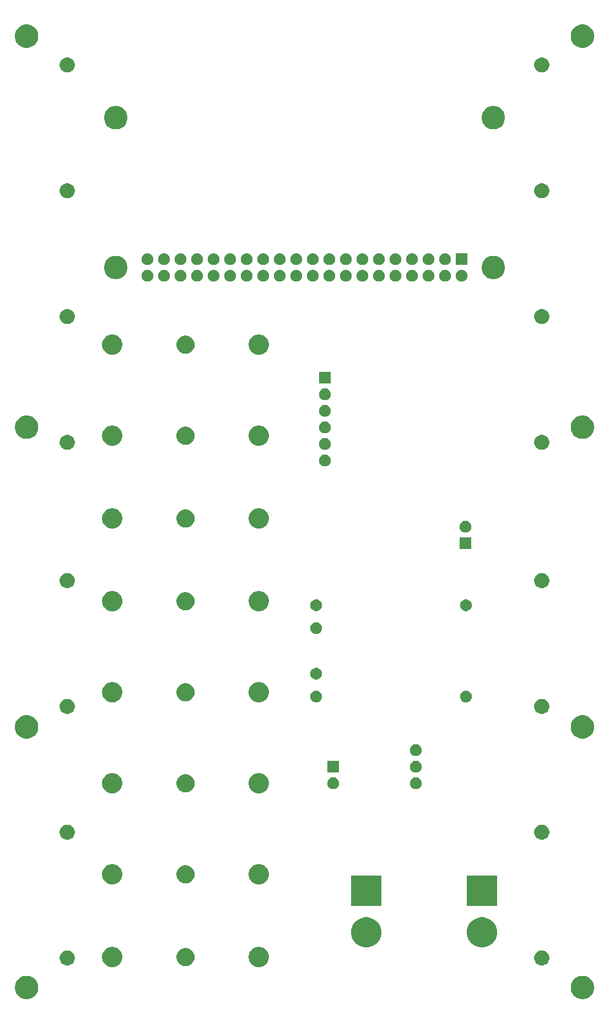
<source format=gbr>
G04 #@! TF.GenerationSoftware,KiCad,Pcbnew,(5.1.5-0-10_14)*
G04 #@! TF.CreationDate,2020-06-18T21:24:06+02:00*
G04 #@! TF.ProjectId,basepcb2,62617365-7063-4623-922e-6b696361645f,rev?*
G04 #@! TF.SameCoordinates,Original*
G04 #@! TF.FileFunction,Soldermask,Top*
G04 #@! TF.FilePolarity,Negative*
%FSLAX46Y46*%
G04 Gerber Fmt 4.6, Leading zero omitted, Abs format (unit mm)*
G04 Created by KiCad (PCBNEW (5.1.5-0-10_14)) date 2020-06-18 21:24:06*
%MOMM*%
%LPD*%
G04 APERTURE LIST*
%ADD10C,0.100000*%
G04 APERTURE END LIST*
D10*
G36*
X89625331Y-150268211D02*
G01*
X89953092Y-150403974D01*
X90248070Y-150601072D01*
X90498928Y-150851930D01*
X90696026Y-151146908D01*
X90831789Y-151474669D01*
X90901000Y-151822616D01*
X90901000Y-152177384D01*
X90831789Y-152525331D01*
X90696026Y-152853092D01*
X90498928Y-153148070D01*
X90248070Y-153398928D01*
X89953092Y-153596026D01*
X89625331Y-153731789D01*
X89277384Y-153801000D01*
X88922616Y-153801000D01*
X88574669Y-153731789D01*
X88246908Y-153596026D01*
X87951930Y-153398928D01*
X87701072Y-153148070D01*
X87503974Y-152853092D01*
X87368211Y-152525331D01*
X87299000Y-152177384D01*
X87299000Y-151822616D01*
X87368211Y-151474669D01*
X87503974Y-151146908D01*
X87701072Y-150851930D01*
X87951930Y-150601072D01*
X88246908Y-150403974D01*
X88574669Y-150268211D01*
X88922616Y-150199000D01*
X89277384Y-150199000D01*
X89625331Y-150268211D01*
G37*
G36*
X4225331Y-150268211D02*
G01*
X4553092Y-150403974D01*
X4848070Y-150601072D01*
X5098928Y-150851930D01*
X5296026Y-151146908D01*
X5431789Y-151474669D01*
X5501000Y-151822616D01*
X5501000Y-152177384D01*
X5431789Y-152525331D01*
X5296026Y-152853092D01*
X5098928Y-153148070D01*
X4848070Y-153398928D01*
X4553092Y-153596026D01*
X4225331Y-153731789D01*
X3877384Y-153801000D01*
X3522616Y-153801000D01*
X3174669Y-153731789D01*
X2846908Y-153596026D01*
X2551930Y-153398928D01*
X2301072Y-153148070D01*
X2103974Y-152853092D01*
X1968211Y-152525331D01*
X1899000Y-152177384D01*
X1899000Y-151822616D01*
X1968211Y-151474669D01*
X2103974Y-151146908D01*
X2301072Y-150851930D01*
X2551930Y-150601072D01*
X2846908Y-150403974D01*
X3174669Y-150268211D01*
X3522616Y-150199000D01*
X3877384Y-150199000D01*
X4225331Y-150268211D01*
G37*
G36*
X39672585Y-145798802D02*
G01*
X39822410Y-145828604D01*
X40104674Y-145945521D01*
X40358705Y-146115259D01*
X40574741Y-146331295D01*
X40744479Y-146585326D01*
X40861396Y-146867590D01*
X40921000Y-147167240D01*
X40921000Y-147472760D01*
X40861396Y-147772410D01*
X40744479Y-148054674D01*
X40574741Y-148308705D01*
X40358705Y-148524741D01*
X40104674Y-148694479D01*
X39822410Y-148811396D01*
X39672585Y-148841198D01*
X39522761Y-148871000D01*
X39217239Y-148871000D01*
X39067415Y-148841198D01*
X38917590Y-148811396D01*
X38635326Y-148694479D01*
X38381295Y-148524741D01*
X38165259Y-148308705D01*
X37995521Y-148054674D01*
X37878604Y-147772410D01*
X37819000Y-147472760D01*
X37819000Y-147167240D01*
X37878604Y-146867590D01*
X37995521Y-146585326D01*
X38165259Y-146331295D01*
X38381295Y-146115259D01*
X38635326Y-145945521D01*
X38917590Y-145828604D01*
X39067415Y-145798802D01*
X39217239Y-145769000D01*
X39522761Y-145769000D01*
X39672585Y-145798802D01*
G37*
G36*
X17172585Y-145798802D02*
G01*
X17322410Y-145828604D01*
X17604674Y-145945521D01*
X17858705Y-146115259D01*
X18074741Y-146331295D01*
X18244479Y-146585326D01*
X18361396Y-146867590D01*
X18421000Y-147167240D01*
X18421000Y-147472760D01*
X18361396Y-147772410D01*
X18244479Y-148054674D01*
X18074741Y-148308705D01*
X17858705Y-148524741D01*
X17604674Y-148694479D01*
X17322410Y-148811396D01*
X17172585Y-148841198D01*
X17022761Y-148871000D01*
X16717239Y-148871000D01*
X16567415Y-148841198D01*
X16417590Y-148811396D01*
X16135326Y-148694479D01*
X15881295Y-148524741D01*
X15665259Y-148308705D01*
X15495521Y-148054674D01*
X15378604Y-147772410D01*
X15319000Y-147472760D01*
X15319000Y-147167240D01*
X15378604Y-146867590D01*
X15495521Y-146585326D01*
X15665259Y-146331295D01*
X15881295Y-146115259D01*
X16135326Y-145945521D01*
X16417590Y-145828604D01*
X16567415Y-145798802D01*
X16717239Y-145769000D01*
X17022761Y-145769000D01*
X17172585Y-145798802D01*
G37*
G36*
X28438433Y-145954893D02*
G01*
X28528657Y-145972839D01*
X28634267Y-146016585D01*
X28783621Y-146078449D01*
X28859763Y-146129325D01*
X29013086Y-146231772D01*
X29208228Y-146426914D01*
X29294453Y-146555960D01*
X29361551Y-146656379D01*
X29386363Y-146716281D01*
X29464450Y-146904797D01*
X29467161Y-146911344D01*
X29521000Y-147182012D01*
X29521000Y-147457988D01*
X29518061Y-147472761D01*
X29467161Y-147728657D01*
X29443519Y-147785733D01*
X29361551Y-147983621D01*
X29361550Y-147983622D01*
X29208228Y-148213086D01*
X29013086Y-148408228D01*
X28920631Y-148470004D01*
X28783621Y-148561551D01*
X28634267Y-148623415D01*
X28528657Y-148667161D01*
X28438433Y-148685107D01*
X28257988Y-148721000D01*
X27982012Y-148721000D01*
X27801567Y-148685107D01*
X27711343Y-148667161D01*
X27605733Y-148623415D01*
X27456379Y-148561551D01*
X27319369Y-148470004D01*
X27226914Y-148408228D01*
X27031772Y-148213086D01*
X26878450Y-147983622D01*
X26878449Y-147983621D01*
X26796481Y-147785733D01*
X26772839Y-147728657D01*
X26721939Y-147472761D01*
X26719000Y-147457988D01*
X26719000Y-147182012D01*
X26772839Y-146911344D01*
X26775551Y-146904797D01*
X26853637Y-146716281D01*
X26878449Y-146656379D01*
X26945547Y-146555960D01*
X27031772Y-146426914D01*
X27226914Y-146231772D01*
X27380237Y-146129325D01*
X27456379Y-146078449D01*
X27605733Y-146016585D01*
X27711343Y-145972839D01*
X27801567Y-145954893D01*
X27982012Y-145919000D01*
X28257988Y-145919000D01*
X28438433Y-145954893D01*
G37*
G36*
X83074549Y-146321116D02*
G01*
X83185734Y-146343232D01*
X83333850Y-146404584D01*
X83387763Y-146426915D01*
X83395203Y-146429997D01*
X83583720Y-146555960D01*
X83744040Y-146716280D01*
X83870003Y-146904797D01*
X83870004Y-146904799D01*
X83956768Y-147114267D01*
X84001000Y-147336635D01*
X84001000Y-147563365D01*
X83956768Y-147785733D01*
X83874801Y-147983621D01*
X83870003Y-147995203D01*
X83744040Y-148183720D01*
X83583720Y-148344040D01*
X83395203Y-148470003D01*
X83185734Y-148556768D01*
X83074549Y-148578884D01*
X82963365Y-148601000D01*
X82736635Y-148601000D01*
X82625451Y-148578884D01*
X82514266Y-148556768D01*
X82304797Y-148470003D01*
X82116280Y-148344040D01*
X81955960Y-148183720D01*
X81829997Y-147995203D01*
X81825200Y-147983621D01*
X81743232Y-147785733D01*
X81699000Y-147563365D01*
X81699000Y-147336635D01*
X81743232Y-147114267D01*
X81829996Y-146904799D01*
X81829997Y-146904797D01*
X81955960Y-146716280D01*
X82116280Y-146555960D01*
X82304797Y-146429997D01*
X82312238Y-146426915D01*
X82366150Y-146404584D01*
X82514266Y-146343232D01*
X82625451Y-146321116D01*
X82736635Y-146299000D01*
X82963365Y-146299000D01*
X83074549Y-146321116D01*
G37*
G36*
X10174549Y-146321116D02*
G01*
X10285734Y-146343232D01*
X10433850Y-146404584D01*
X10487763Y-146426915D01*
X10495203Y-146429997D01*
X10683720Y-146555960D01*
X10844040Y-146716280D01*
X10970003Y-146904797D01*
X10970004Y-146904799D01*
X11056768Y-147114267D01*
X11101000Y-147336635D01*
X11101000Y-147563365D01*
X11056768Y-147785733D01*
X10974801Y-147983621D01*
X10970003Y-147995203D01*
X10844040Y-148183720D01*
X10683720Y-148344040D01*
X10495203Y-148470003D01*
X10285734Y-148556768D01*
X10174549Y-148578884D01*
X10063365Y-148601000D01*
X9836635Y-148601000D01*
X9725451Y-148578884D01*
X9614266Y-148556768D01*
X9404797Y-148470003D01*
X9216280Y-148344040D01*
X9055960Y-148183720D01*
X8929997Y-147995203D01*
X8925200Y-147983621D01*
X8843232Y-147785733D01*
X8799000Y-147563365D01*
X8799000Y-147336635D01*
X8843232Y-147114267D01*
X8929996Y-146904799D01*
X8929997Y-146904797D01*
X9055960Y-146716280D01*
X9216280Y-146555960D01*
X9404797Y-146429997D01*
X9412238Y-146426915D01*
X9466150Y-146404584D01*
X9614266Y-146343232D01*
X9725451Y-146321116D01*
X9836635Y-146299000D01*
X10063365Y-146299000D01*
X10174549Y-146321116D01*
G37*
G36*
X56551304Y-141297002D02*
G01*
X56970139Y-141470489D01*
X56970141Y-141470490D01*
X57159891Y-141597277D01*
X57347082Y-141722354D01*
X57667646Y-142042918D01*
X57919511Y-142419861D01*
X58092998Y-142838696D01*
X58181440Y-143283327D01*
X58181440Y-143736673D01*
X58092998Y-144181304D01*
X57919511Y-144600139D01*
X57919510Y-144600141D01*
X57667645Y-144977083D01*
X57347083Y-145297645D01*
X56970141Y-145549510D01*
X56970140Y-145549511D01*
X56970139Y-145549511D01*
X56551304Y-145722998D01*
X56106673Y-145811440D01*
X55653327Y-145811440D01*
X55208696Y-145722998D01*
X54789861Y-145549511D01*
X54789860Y-145549511D01*
X54789859Y-145549510D01*
X54412917Y-145297645D01*
X54092355Y-144977083D01*
X53840490Y-144600141D01*
X53840489Y-144600139D01*
X53667002Y-144181304D01*
X53578560Y-143736673D01*
X53578560Y-143283327D01*
X53667002Y-142838696D01*
X53840489Y-142419861D01*
X54092354Y-142042918D01*
X54412918Y-141722354D01*
X54600109Y-141597277D01*
X54789859Y-141470490D01*
X54789861Y-141470489D01*
X55208696Y-141297002D01*
X55653327Y-141208560D01*
X56106673Y-141208560D01*
X56551304Y-141297002D01*
G37*
G36*
X74331304Y-141297002D02*
G01*
X74750139Y-141470489D01*
X74750141Y-141470490D01*
X74939891Y-141597277D01*
X75127082Y-141722354D01*
X75447646Y-142042918D01*
X75699511Y-142419861D01*
X75872998Y-142838696D01*
X75961440Y-143283327D01*
X75961440Y-143736673D01*
X75872998Y-144181304D01*
X75699511Y-144600139D01*
X75699510Y-144600141D01*
X75447645Y-144977083D01*
X75127083Y-145297645D01*
X74750141Y-145549510D01*
X74750140Y-145549511D01*
X74750139Y-145549511D01*
X74331304Y-145722998D01*
X73886673Y-145811440D01*
X73433327Y-145811440D01*
X72988696Y-145722998D01*
X72569861Y-145549511D01*
X72569860Y-145549511D01*
X72569859Y-145549510D01*
X72192917Y-145297645D01*
X71872355Y-144977083D01*
X71620490Y-144600141D01*
X71620489Y-144600139D01*
X71447002Y-144181304D01*
X71358560Y-143736673D01*
X71358560Y-143283327D01*
X71447002Y-142838696D01*
X71620489Y-142419861D01*
X71872354Y-142042918D01*
X72192918Y-141722354D01*
X72380109Y-141597277D01*
X72569859Y-141470490D01*
X72569861Y-141470489D01*
X72988696Y-141297002D01*
X73433327Y-141208560D01*
X73886673Y-141208560D01*
X74331304Y-141297002D01*
G37*
G36*
X58181440Y-139461440D02*
G01*
X53578560Y-139461440D01*
X53578560Y-134858560D01*
X58181440Y-134858560D01*
X58181440Y-139461440D01*
G37*
G36*
X75961440Y-139461440D02*
G01*
X71358560Y-139461440D01*
X71358560Y-134858560D01*
X75961440Y-134858560D01*
X75961440Y-139461440D01*
G37*
G36*
X39672585Y-133098802D02*
G01*
X39822410Y-133128604D01*
X40104674Y-133245521D01*
X40358705Y-133415259D01*
X40574741Y-133631295D01*
X40744479Y-133885326D01*
X40861396Y-134167590D01*
X40921000Y-134467240D01*
X40921000Y-134772760D01*
X40861396Y-135072410D01*
X40744479Y-135354674D01*
X40574741Y-135608705D01*
X40358705Y-135824741D01*
X40104674Y-135994479D01*
X39822410Y-136111396D01*
X39672585Y-136141198D01*
X39522761Y-136171000D01*
X39217239Y-136171000D01*
X39067415Y-136141198D01*
X38917590Y-136111396D01*
X38635326Y-135994479D01*
X38381295Y-135824741D01*
X38165259Y-135608705D01*
X37995521Y-135354674D01*
X37878604Y-135072410D01*
X37819000Y-134772760D01*
X37819000Y-134467240D01*
X37878604Y-134167590D01*
X37995521Y-133885326D01*
X38165259Y-133631295D01*
X38381295Y-133415259D01*
X38635326Y-133245521D01*
X38917590Y-133128604D01*
X39067415Y-133098802D01*
X39217239Y-133069000D01*
X39522761Y-133069000D01*
X39672585Y-133098802D01*
G37*
G36*
X17172585Y-133098802D02*
G01*
X17322410Y-133128604D01*
X17604674Y-133245521D01*
X17858705Y-133415259D01*
X18074741Y-133631295D01*
X18244479Y-133885326D01*
X18361396Y-134167590D01*
X18421000Y-134467240D01*
X18421000Y-134772760D01*
X18361396Y-135072410D01*
X18244479Y-135354674D01*
X18074741Y-135608705D01*
X17858705Y-135824741D01*
X17604674Y-135994479D01*
X17322410Y-136111396D01*
X17172585Y-136141198D01*
X17022761Y-136171000D01*
X16717239Y-136171000D01*
X16567415Y-136141198D01*
X16417590Y-136111396D01*
X16135326Y-135994479D01*
X15881295Y-135824741D01*
X15665259Y-135608705D01*
X15495521Y-135354674D01*
X15378604Y-135072410D01*
X15319000Y-134772760D01*
X15319000Y-134467240D01*
X15378604Y-134167590D01*
X15495521Y-133885326D01*
X15665259Y-133631295D01*
X15881295Y-133415259D01*
X16135326Y-133245521D01*
X16417590Y-133128604D01*
X16567415Y-133098802D01*
X16717239Y-133069000D01*
X17022761Y-133069000D01*
X17172585Y-133098802D01*
G37*
G36*
X28438433Y-133254893D02*
G01*
X28528657Y-133272839D01*
X28634267Y-133316585D01*
X28783621Y-133378449D01*
X28859763Y-133429325D01*
X29013086Y-133531772D01*
X29208228Y-133726914D01*
X29310675Y-133880237D01*
X29361551Y-133956379D01*
X29423415Y-134105733D01*
X29449038Y-134167590D01*
X29467161Y-134211344D01*
X29521000Y-134482012D01*
X29521000Y-134757988D01*
X29518061Y-134772761D01*
X29467161Y-135028657D01*
X29423415Y-135134267D01*
X29361551Y-135283621D01*
X29361550Y-135283622D01*
X29208228Y-135513086D01*
X29013086Y-135708228D01*
X28859763Y-135810675D01*
X28783621Y-135861551D01*
X28634267Y-135923415D01*
X28528657Y-135967161D01*
X28438433Y-135985107D01*
X28257988Y-136021000D01*
X27982012Y-136021000D01*
X27801567Y-135985107D01*
X27711343Y-135967161D01*
X27605733Y-135923415D01*
X27456379Y-135861551D01*
X27380237Y-135810675D01*
X27226914Y-135708228D01*
X27031772Y-135513086D01*
X26878450Y-135283622D01*
X26878449Y-135283621D01*
X26816585Y-135134267D01*
X26772839Y-135028657D01*
X26721939Y-134772761D01*
X26719000Y-134757988D01*
X26719000Y-134482012D01*
X26772839Y-134211344D01*
X26790963Y-134167590D01*
X26816585Y-134105733D01*
X26878449Y-133956379D01*
X26929325Y-133880237D01*
X27031772Y-133726914D01*
X27226914Y-133531772D01*
X27380237Y-133429325D01*
X27456379Y-133378449D01*
X27605733Y-133316585D01*
X27711343Y-133272839D01*
X27801567Y-133254893D01*
X27982012Y-133219000D01*
X28257988Y-133219000D01*
X28438433Y-133254893D01*
G37*
G36*
X10174549Y-127021116D02*
G01*
X10285734Y-127043232D01*
X10495203Y-127129997D01*
X10683720Y-127255960D01*
X10844040Y-127416280D01*
X10970003Y-127604797D01*
X11056768Y-127814266D01*
X11101000Y-128036636D01*
X11101000Y-128263364D01*
X11056768Y-128485734D01*
X10970003Y-128695203D01*
X10844040Y-128883720D01*
X10683720Y-129044040D01*
X10495203Y-129170003D01*
X10285734Y-129256768D01*
X10174549Y-129278884D01*
X10063365Y-129301000D01*
X9836635Y-129301000D01*
X9725451Y-129278884D01*
X9614266Y-129256768D01*
X9404797Y-129170003D01*
X9216280Y-129044040D01*
X9055960Y-128883720D01*
X8929997Y-128695203D01*
X8843232Y-128485734D01*
X8799000Y-128263364D01*
X8799000Y-128036636D01*
X8843232Y-127814266D01*
X8929997Y-127604797D01*
X9055960Y-127416280D01*
X9216280Y-127255960D01*
X9404797Y-127129997D01*
X9614266Y-127043232D01*
X9725451Y-127021116D01*
X9836635Y-126999000D01*
X10063365Y-126999000D01*
X10174549Y-127021116D01*
G37*
G36*
X83074549Y-127021116D02*
G01*
X83185734Y-127043232D01*
X83395203Y-127129997D01*
X83583720Y-127255960D01*
X83744040Y-127416280D01*
X83870003Y-127604797D01*
X83956768Y-127814266D01*
X84001000Y-128036636D01*
X84001000Y-128263364D01*
X83956768Y-128485734D01*
X83870003Y-128695203D01*
X83744040Y-128883720D01*
X83583720Y-129044040D01*
X83395203Y-129170003D01*
X83185734Y-129256768D01*
X83074549Y-129278884D01*
X82963365Y-129301000D01*
X82736635Y-129301000D01*
X82625451Y-129278884D01*
X82514266Y-129256768D01*
X82304797Y-129170003D01*
X82116280Y-129044040D01*
X81955960Y-128883720D01*
X81829997Y-128695203D01*
X81743232Y-128485734D01*
X81699000Y-128263364D01*
X81699000Y-128036636D01*
X81743232Y-127814266D01*
X81829997Y-127604797D01*
X81955960Y-127416280D01*
X82116280Y-127255960D01*
X82304797Y-127129997D01*
X82514266Y-127043232D01*
X82625451Y-127021116D01*
X82736635Y-126999000D01*
X82963365Y-126999000D01*
X83074549Y-127021116D01*
G37*
G36*
X17172585Y-119128802D02*
G01*
X17322410Y-119158604D01*
X17604674Y-119275521D01*
X17858705Y-119445259D01*
X18074741Y-119661295D01*
X18244479Y-119915326D01*
X18361396Y-120197590D01*
X18421000Y-120497240D01*
X18421000Y-120802760D01*
X18361396Y-121102410D01*
X18244479Y-121384674D01*
X18074741Y-121638705D01*
X17858705Y-121854741D01*
X17604674Y-122024479D01*
X17322410Y-122141396D01*
X17172585Y-122171198D01*
X17022761Y-122201000D01*
X16717239Y-122201000D01*
X16567415Y-122171198D01*
X16417590Y-122141396D01*
X16135326Y-122024479D01*
X15881295Y-121854741D01*
X15665259Y-121638705D01*
X15495521Y-121384674D01*
X15378604Y-121102410D01*
X15319000Y-120802760D01*
X15319000Y-120497240D01*
X15378604Y-120197590D01*
X15495521Y-119915326D01*
X15665259Y-119661295D01*
X15881295Y-119445259D01*
X16135326Y-119275521D01*
X16417590Y-119158604D01*
X16567415Y-119128802D01*
X16717239Y-119099000D01*
X17022761Y-119099000D01*
X17172585Y-119128802D01*
G37*
G36*
X39672585Y-119128802D02*
G01*
X39822410Y-119158604D01*
X40104674Y-119275521D01*
X40358705Y-119445259D01*
X40574741Y-119661295D01*
X40744479Y-119915326D01*
X40861396Y-120197590D01*
X40921000Y-120497240D01*
X40921000Y-120802760D01*
X40861396Y-121102410D01*
X40744479Y-121384674D01*
X40574741Y-121638705D01*
X40358705Y-121854741D01*
X40104674Y-122024479D01*
X39822410Y-122141396D01*
X39672585Y-122171198D01*
X39522761Y-122201000D01*
X39217239Y-122201000D01*
X39067415Y-122171198D01*
X38917590Y-122141396D01*
X38635326Y-122024479D01*
X38381295Y-121854741D01*
X38165259Y-121638705D01*
X37995521Y-121384674D01*
X37878604Y-121102410D01*
X37819000Y-120802760D01*
X37819000Y-120497240D01*
X37878604Y-120197590D01*
X37995521Y-119915326D01*
X38165259Y-119661295D01*
X38381295Y-119445259D01*
X38635326Y-119275521D01*
X38917590Y-119158604D01*
X39067415Y-119128802D01*
X39217239Y-119099000D01*
X39522761Y-119099000D01*
X39672585Y-119128802D01*
G37*
G36*
X28438433Y-119284893D02*
G01*
X28528657Y-119302839D01*
X28634267Y-119346585D01*
X28783621Y-119408449D01*
X28859763Y-119459325D01*
X29013086Y-119561772D01*
X29208228Y-119756914D01*
X29271457Y-119851544D01*
X29361551Y-119986379D01*
X29398527Y-120075647D01*
X29449038Y-120197590D01*
X29467161Y-120241344D01*
X29521000Y-120512012D01*
X29521000Y-120787988D01*
X29518061Y-120802761D01*
X29467161Y-121058657D01*
X29423415Y-121164267D01*
X29361551Y-121313621D01*
X29314076Y-121384672D01*
X29208228Y-121543086D01*
X29013086Y-121738228D01*
X28859763Y-121840675D01*
X28783621Y-121891551D01*
X28634267Y-121953415D01*
X28528657Y-121997161D01*
X28438433Y-122015107D01*
X28257988Y-122051000D01*
X27982012Y-122051000D01*
X27801567Y-122015107D01*
X27711343Y-121997161D01*
X27605733Y-121953415D01*
X27456379Y-121891551D01*
X27380237Y-121840675D01*
X27226914Y-121738228D01*
X27031772Y-121543086D01*
X26925924Y-121384672D01*
X26878449Y-121313621D01*
X26816585Y-121164267D01*
X26772839Y-121058657D01*
X26721939Y-120802761D01*
X26719000Y-120787988D01*
X26719000Y-120512012D01*
X26772839Y-120241344D01*
X26790963Y-120197590D01*
X26841473Y-120075647D01*
X26878449Y-119986379D01*
X26968543Y-119851544D01*
X27031772Y-119756914D01*
X27226914Y-119561772D01*
X27380237Y-119459325D01*
X27456379Y-119408449D01*
X27605733Y-119346585D01*
X27711343Y-119302839D01*
X27801567Y-119284893D01*
X27982012Y-119249000D01*
X28257988Y-119249000D01*
X28438433Y-119284893D01*
G37*
G36*
X50913512Y-119753927D02*
G01*
X51062812Y-119783624D01*
X51226784Y-119851544D01*
X51374354Y-119950147D01*
X51499853Y-120075646D01*
X51598456Y-120223216D01*
X51666376Y-120387188D01*
X51701000Y-120561259D01*
X51701000Y-120738741D01*
X51666376Y-120912812D01*
X51598456Y-121076784D01*
X51499853Y-121224354D01*
X51374354Y-121349853D01*
X51226784Y-121448456D01*
X51062812Y-121516376D01*
X50928533Y-121543085D01*
X50888742Y-121551000D01*
X50711258Y-121551000D01*
X50671467Y-121543085D01*
X50537188Y-121516376D01*
X50373216Y-121448456D01*
X50225646Y-121349853D01*
X50100147Y-121224354D01*
X50001544Y-121076784D01*
X49933624Y-120912812D01*
X49899000Y-120738741D01*
X49899000Y-120561259D01*
X49933624Y-120387188D01*
X50001544Y-120223216D01*
X50100147Y-120075646D01*
X50225646Y-119950147D01*
X50373216Y-119851544D01*
X50537188Y-119783624D01*
X50686488Y-119753927D01*
X50711258Y-119749000D01*
X50888742Y-119749000D01*
X50913512Y-119753927D01*
G37*
G36*
X63613512Y-119753927D02*
G01*
X63762812Y-119783624D01*
X63926784Y-119851544D01*
X64074354Y-119950147D01*
X64199853Y-120075646D01*
X64298456Y-120223216D01*
X64366376Y-120387188D01*
X64401000Y-120561259D01*
X64401000Y-120738741D01*
X64366376Y-120912812D01*
X64298456Y-121076784D01*
X64199853Y-121224354D01*
X64074354Y-121349853D01*
X63926784Y-121448456D01*
X63762812Y-121516376D01*
X63628533Y-121543085D01*
X63588742Y-121551000D01*
X63411258Y-121551000D01*
X63371467Y-121543085D01*
X63237188Y-121516376D01*
X63073216Y-121448456D01*
X62925646Y-121349853D01*
X62800147Y-121224354D01*
X62701544Y-121076784D01*
X62633624Y-120912812D01*
X62599000Y-120738741D01*
X62599000Y-120561259D01*
X62633624Y-120387188D01*
X62701544Y-120223216D01*
X62800147Y-120075646D01*
X62925646Y-119950147D01*
X63073216Y-119851544D01*
X63237188Y-119783624D01*
X63386488Y-119753927D01*
X63411258Y-119749000D01*
X63588742Y-119749000D01*
X63613512Y-119753927D01*
G37*
G36*
X63613512Y-117213927D02*
G01*
X63762812Y-117243624D01*
X63926784Y-117311544D01*
X64074354Y-117410147D01*
X64199853Y-117535646D01*
X64298456Y-117683216D01*
X64366376Y-117847188D01*
X64401000Y-118021259D01*
X64401000Y-118198741D01*
X64366376Y-118372812D01*
X64298456Y-118536784D01*
X64199853Y-118684354D01*
X64074354Y-118809853D01*
X63926784Y-118908456D01*
X63762812Y-118976376D01*
X63613512Y-119006073D01*
X63588742Y-119011000D01*
X63411258Y-119011000D01*
X63386488Y-119006073D01*
X63237188Y-118976376D01*
X63073216Y-118908456D01*
X62925646Y-118809853D01*
X62800147Y-118684354D01*
X62701544Y-118536784D01*
X62633624Y-118372812D01*
X62599000Y-118198741D01*
X62599000Y-118021259D01*
X62633624Y-117847188D01*
X62701544Y-117683216D01*
X62800147Y-117535646D01*
X62925646Y-117410147D01*
X63073216Y-117311544D01*
X63237188Y-117243624D01*
X63386488Y-117213927D01*
X63411258Y-117209000D01*
X63588742Y-117209000D01*
X63613512Y-117213927D01*
G37*
G36*
X51701000Y-119011000D02*
G01*
X49899000Y-119011000D01*
X49899000Y-117209000D01*
X51701000Y-117209000D01*
X51701000Y-119011000D01*
G37*
G36*
X63613512Y-114673927D02*
G01*
X63762812Y-114703624D01*
X63926784Y-114771544D01*
X64074354Y-114870147D01*
X64199853Y-114995646D01*
X64298456Y-115143216D01*
X64366376Y-115307188D01*
X64401000Y-115481259D01*
X64401000Y-115658741D01*
X64366376Y-115832812D01*
X64298456Y-115996784D01*
X64199853Y-116144354D01*
X64074354Y-116269853D01*
X63926784Y-116368456D01*
X63762812Y-116436376D01*
X63613512Y-116466073D01*
X63588742Y-116471000D01*
X63411258Y-116471000D01*
X63386488Y-116466073D01*
X63237188Y-116436376D01*
X63073216Y-116368456D01*
X62925646Y-116269853D01*
X62800147Y-116144354D01*
X62701544Y-115996784D01*
X62633624Y-115832812D01*
X62599000Y-115658741D01*
X62599000Y-115481259D01*
X62633624Y-115307188D01*
X62701544Y-115143216D01*
X62800147Y-114995646D01*
X62925646Y-114870147D01*
X63073216Y-114771544D01*
X63237188Y-114703624D01*
X63386488Y-114673927D01*
X63411258Y-114669000D01*
X63588742Y-114669000D01*
X63613512Y-114673927D01*
G37*
G36*
X89625331Y-110268211D02*
G01*
X89953092Y-110403974D01*
X90248070Y-110601072D01*
X90498928Y-110851930D01*
X90696026Y-111146908D01*
X90831789Y-111474669D01*
X90901000Y-111822616D01*
X90901000Y-112177384D01*
X90831789Y-112525331D01*
X90696026Y-112853092D01*
X90498928Y-113148070D01*
X90248070Y-113398928D01*
X89953092Y-113596026D01*
X89625331Y-113731789D01*
X89277384Y-113801000D01*
X88922616Y-113801000D01*
X88574669Y-113731789D01*
X88246908Y-113596026D01*
X87951930Y-113398928D01*
X87701072Y-113148070D01*
X87503974Y-112853092D01*
X87368211Y-112525331D01*
X87299000Y-112177384D01*
X87299000Y-111822616D01*
X87368211Y-111474669D01*
X87503974Y-111146908D01*
X87701072Y-110851930D01*
X87951930Y-110601072D01*
X88246908Y-110403974D01*
X88574669Y-110268211D01*
X88922616Y-110199000D01*
X89277384Y-110199000D01*
X89625331Y-110268211D01*
G37*
G36*
X4225331Y-110268211D02*
G01*
X4553092Y-110403974D01*
X4848070Y-110601072D01*
X5098928Y-110851930D01*
X5296026Y-111146908D01*
X5431789Y-111474669D01*
X5501000Y-111822616D01*
X5501000Y-112177384D01*
X5431789Y-112525331D01*
X5296026Y-112853092D01*
X5098928Y-113148070D01*
X4848070Y-113398928D01*
X4553092Y-113596026D01*
X4225331Y-113731789D01*
X3877384Y-113801000D01*
X3522616Y-113801000D01*
X3174669Y-113731789D01*
X2846908Y-113596026D01*
X2551930Y-113398928D01*
X2301072Y-113148070D01*
X2103974Y-112853092D01*
X1968211Y-112525331D01*
X1899000Y-112177384D01*
X1899000Y-111822616D01*
X1968211Y-111474669D01*
X2103974Y-111146908D01*
X2301072Y-110851930D01*
X2551930Y-110601072D01*
X2846908Y-110403974D01*
X3174669Y-110268211D01*
X3522616Y-110199000D01*
X3877384Y-110199000D01*
X4225331Y-110268211D01*
G37*
G36*
X10174549Y-107721116D02*
G01*
X10285734Y-107743232D01*
X10495203Y-107829997D01*
X10683720Y-107955960D01*
X10844040Y-108116280D01*
X10970003Y-108304797D01*
X11056768Y-108514266D01*
X11101000Y-108736636D01*
X11101000Y-108963364D01*
X11056768Y-109185734D01*
X10970003Y-109395203D01*
X10844040Y-109583720D01*
X10683720Y-109744040D01*
X10495203Y-109870003D01*
X10285734Y-109956768D01*
X10174549Y-109978884D01*
X10063365Y-110001000D01*
X9836635Y-110001000D01*
X9725451Y-109978884D01*
X9614266Y-109956768D01*
X9404797Y-109870003D01*
X9216280Y-109744040D01*
X9055960Y-109583720D01*
X8929997Y-109395203D01*
X8843232Y-109185734D01*
X8799000Y-108963364D01*
X8799000Y-108736636D01*
X8843232Y-108514266D01*
X8929997Y-108304797D01*
X9055960Y-108116280D01*
X9216280Y-107955960D01*
X9404797Y-107829997D01*
X9614266Y-107743232D01*
X9725451Y-107721116D01*
X9836635Y-107699000D01*
X10063365Y-107699000D01*
X10174549Y-107721116D01*
G37*
G36*
X83074549Y-107721116D02*
G01*
X83185734Y-107743232D01*
X83395203Y-107829997D01*
X83583720Y-107955960D01*
X83744040Y-108116280D01*
X83870003Y-108304797D01*
X83956768Y-108514266D01*
X84001000Y-108736636D01*
X84001000Y-108963364D01*
X83956768Y-109185734D01*
X83870003Y-109395203D01*
X83744040Y-109583720D01*
X83583720Y-109744040D01*
X83395203Y-109870003D01*
X83185734Y-109956768D01*
X83074549Y-109978884D01*
X82963365Y-110001000D01*
X82736635Y-110001000D01*
X82625451Y-109978884D01*
X82514266Y-109956768D01*
X82304797Y-109870003D01*
X82116280Y-109744040D01*
X81955960Y-109583720D01*
X81829997Y-109395203D01*
X81743232Y-109185734D01*
X81699000Y-108963364D01*
X81699000Y-108736636D01*
X81743232Y-108514266D01*
X81829997Y-108304797D01*
X81955960Y-108116280D01*
X82116280Y-107955960D01*
X82304797Y-107829997D01*
X82514266Y-107743232D01*
X82625451Y-107721116D01*
X82736635Y-107699000D01*
X82963365Y-107699000D01*
X83074549Y-107721116D01*
G37*
G36*
X71303512Y-106433927D02*
G01*
X71452812Y-106463624D01*
X71616784Y-106531544D01*
X71764354Y-106630147D01*
X71889853Y-106755646D01*
X71988456Y-106903216D01*
X72056376Y-107067188D01*
X72091000Y-107241259D01*
X72091000Y-107418741D01*
X72056376Y-107592812D01*
X71988456Y-107756784D01*
X71889853Y-107904354D01*
X71764354Y-108029853D01*
X71616784Y-108128456D01*
X71452812Y-108196376D01*
X71303512Y-108226073D01*
X71278742Y-108231000D01*
X71101258Y-108231000D01*
X71076488Y-108226073D01*
X70927188Y-108196376D01*
X70763216Y-108128456D01*
X70615646Y-108029853D01*
X70490147Y-107904354D01*
X70391544Y-107756784D01*
X70323624Y-107592812D01*
X70289000Y-107418741D01*
X70289000Y-107241259D01*
X70323624Y-107067188D01*
X70391544Y-106903216D01*
X70490147Y-106755646D01*
X70615646Y-106630147D01*
X70763216Y-106531544D01*
X70927188Y-106463624D01*
X71076488Y-106433927D01*
X71101258Y-106429000D01*
X71278742Y-106429000D01*
X71303512Y-106433927D01*
G37*
G36*
X48303512Y-106433927D02*
G01*
X48452812Y-106463624D01*
X48616784Y-106531544D01*
X48764354Y-106630147D01*
X48889853Y-106755646D01*
X48988456Y-106903216D01*
X49056376Y-107067188D01*
X49091000Y-107241259D01*
X49091000Y-107418741D01*
X49056376Y-107592812D01*
X48988456Y-107756784D01*
X48889853Y-107904354D01*
X48764354Y-108029853D01*
X48616784Y-108128456D01*
X48452812Y-108196376D01*
X48303512Y-108226073D01*
X48278742Y-108231000D01*
X48101258Y-108231000D01*
X48076488Y-108226073D01*
X47927188Y-108196376D01*
X47763216Y-108128456D01*
X47615646Y-108029853D01*
X47490147Y-107904354D01*
X47391544Y-107756784D01*
X47323624Y-107592812D01*
X47289000Y-107418741D01*
X47289000Y-107241259D01*
X47323624Y-107067188D01*
X47391544Y-106903216D01*
X47490147Y-106755646D01*
X47615646Y-106630147D01*
X47763216Y-106531544D01*
X47927188Y-106463624D01*
X48076488Y-106433927D01*
X48101258Y-106429000D01*
X48278742Y-106429000D01*
X48303512Y-106433927D01*
G37*
G36*
X39672585Y-105158802D02*
G01*
X39822410Y-105188604D01*
X40104674Y-105305521D01*
X40358705Y-105475259D01*
X40574741Y-105691295D01*
X40744479Y-105945326D01*
X40861396Y-106227590D01*
X40861396Y-106227591D01*
X40921000Y-106527239D01*
X40921000Y-106832761D01*
X40906985Y-106903218D01*
X40861396Y-107132410D01*
X40744479Y-107414674D01*
X40574741Y-107668705D01*
X40358705Y-107884741D01*
X40104674Y-108054479D01*
X39822410Y-108171396D01*
X39696832Y-108196375D01*
X39522761Y-108231000D01*
X39217239Y-108231000D01*
X39043168Y-108196375D01*
X38917590Y-108171396D01*
X38635326Y-108054479D01*
X38381295Y-107884741D01*
X38165259Y-107668705D01*
X37995521Y-107414674D01*
X37878604Y-107132410D01*
X37833015Y-106903218D01*
X37819000Y-106832761D01*
X37819000Y-106527239D01*
X37878604Y-106227591D01*
X37878604Y-106227590D01*
X37995521Y-105945326D01*
X38165259Y-105691295D01*
X38381295Y-105475259D01*
X38635326Y-105305521D01*
X38917590Y-105188604D01*
X39067415Y-105158802D01*
X39217239Y-105129000D01*
X39522761Y-105129000D01*
X39672585Y-105158802D01*
G37*
G36*
X17172585Y-105158802D02*
G01*
X17322410Y-105188604D01*
X17604674Y-105305521D01*
X17858705Y-105475259D01*
X18074741Y-105691295D01*
X18244479Y-105945326D01*
X18361396Y-106227590D01*
X18361396Y-106227591D01*
X18421000Y-106527239D01*
X18421000Y-106832761D01*
X18406985Y-106903218D01*
X18361396Y-107132410D01*
X18244479Y-107414674D01*
X18074741Y-107668705D01*
X17858705Y-107884741D01*
X17604674Y-108054479D01*
X17322410Y-108171396D01*
X17196832Y-108196375D01*
X17022761Y-108231000D01*
X16717239Y-108231000D01*
X16543168Y-108196375D01*
X16417590Y-108171396D01*
X16135326Y-108054479D01*
X15881295Y-107884741D01*
X15665259Y-107668705D01*
X15495521Y-107414674D01*
X15378604Y-107132410D01*
X15333015Y-106903218D01*
X15319000Y-106832761D01*
X15319000Y-106527239D01*
X15378604Y-106227591D01*
X15378604Y-106227590D01*
X15495521Y-105945326D01*
X15665259Y-105691295D01*
X15881295Y-105475259D01*
X16135326Y-105305521D01*
X16417590Y-105188604D01*
X16567415Y-105158802D01*
X16717239Y-105129000D01*
X17022761Y-105129000D01*
X17172585Y-105158802D01*
G37*
G36*
X28438433Y-105314893D02*
G01*
X28528657Y-105332839D01*
X28634267Y-105376585D01*
X28783621Y-105438449D01*
X28859763Y-105489325D01*
X29013086Y-105591772D01*
X29208228Y-105786914D01*
X29310675Y-105940237D01*
X29361551Y-106016379D01*
X29423415Y-106165733D01*
X29449038Y-106227590D01*
X29467161Y-106271344D01*
X29521000Y-106542012D01*
X29521000Y-106817988D01*
X29518061Y-106832761D01*
X29467161Y-107088657D01*
X29423415Y-107194267D01*
X29361551Y-107343621D01*
X29361550Y-107343622D01*
X29208228Y-107573086D01*
X29013086Y-107768228D01*
X28859763Y-107870675D01*
X28783621Y-107921551D01*
X28700550Y-107955960D01*
X28528657Y-108027161D01*
X28438433Y-108045107D01*
X28257988Y-108081000D01*
X27982012Y-108081000D01*
X27801567Y-108045107D01*
X27711343Y-108027161D01*
X27539450Y-107955960D01*
X27456379Y-107921551D01*
X27380237Y-107870675D01*
X27226914Y-107768228D01*
X27031772Y-107573086D01*
X26878450Y-107343622D01*
X26878449Y-107343621D01*
X26816585Y-107194267D01*
X26772839Y-107088657D01*
X26721939Y-106832761D01*
X26719000Y-106817988D01*
X26719000Y-106542012D01*
X26772839Y-106271344D01*
X26790963Y-106227590D01*
X26816585Y-106165733D01*
X26878449Y-106016379D01*
X26929325Y-105940237D01*
X27031772Y-105786914D01*
X27226914Y-105591772D01*
X27380237Y-105489325D01*
X27456379Y-105438449D01*
X27605733Y-105376585D01*
X27711343Y-105332839D01*
X27801567Y-105314893D01*
X27982012Y-105279000D01*
X28257988Y-105279000D01*
X28438433Y-105314893D01*
G37*
G36*
X48303512Y-102933927D02*
G01*
X48452812Y-102963624D01*
X48616784Y-103031544D01*
X48764354Y-103130147D01*
X48889853Y-103255646D01*
X48988456Y-103403216D01*
X49056376Y-103567188D01*
X49091000Y-103741259D01*
X49091000Y-103918741D01*
X49056376Y-104092812D01*
X48988456Y-104256784D01*
X48889853Y-104404354D01*
X48764354Y-104529853D01*
X48616784Y-104628456D01*
X48452812Y-104696376D01*
X48303512Y-104726073D01*
X48278742Y-104731000D01*
X48101258Y-104731000D01*
X48076488Y-104726073D01*
X47927188Y-104696376D01*
X47763216Y-104628456D01*
X47615646Y-104529853D01*
X47490147Y-104404354D01*
X47391544Y-104256784D01*
X47323624Y-104092812D01*
X47289000Y-103918741D01*
X47289000Y-103741259D01*
X47323624Y-103567188D01*
X47391544Y-103403216D01*
X47490147Y-103255646D01*
X47615646Y-103130147D01*
X47763216Y-103031544D01*
X47927188Y-102963624D01*
X48076488Y-102933927D01*
X48101258Y-102929000D01*
X48278742Y-102929000D01*
X48303512Y-102933927D01*
G37*
G36*
X48303512Y-95933927D02*
G01*
X48452812Y-95963624D01*
X48616784Y-96031544D01*
X48764354Y-96130147D01*
X48889853Y-96255646D01*
X48988456Y-96403216D01*
X49056376Y-96567188D01*
X49091000Y-96741259D01*
X49091000Y-96918741D01*
X49056376Y-97092812D01*
X48988456Y-97256784D01*
X48889853Y-97404354D01*
X48764354Y-97529853D01*
X48616784Y-97628456D01*
X48452812Y-97696376D01*
X48303512Y-97726073D01*
X48278742Y-97731000D01*
X48101258Y-97731000D01*
X48076488Y-97726073D01*
X47927188Y-97696376D01*
X47763216Y-97628456D01*
X47615646Y-97529853D01*
X47490147Y-97404354D01*
X47391544Y-97256784D01*
X47323624Y-97092812D01*
X47289000Y-96918741D01*
X47289000Y-96741259D01*
X47323624Y-96567188D01*
X47391544Y-96403216D01*
X47490147Y-96255646D01*
X47615646Y-96130147D01*
X47763216Y-96031544D01*
X47927188Y-95963624D01*
X48076488Y-95933927D01*
X48101258Y-95929000D01*
X48278742Y-95929000D01*
X48303512Y-95933927D01*
G37*
G36*
X17172585Y-91188802D02*
G01*
X17322410Y-91218604D01*
X17604674Y-91335521D01*
X17858705Y-91505259D01*
X18074741Y-91721295D01*
X18244479Y-91975326D01*
X18361396Y-92257590D01*
X18361396Y-92257591D01*
X18421000Y-92557239D01*
X18421000Y-92862761D01*
X18391198Y-93012585D01*
X18361396Y-93162410D01*
X18244479Y-93444674D01*
X18074741Y-93698705D01*
X17858705Y-93914741D01*
X17604674Y-94084479D01*
X17322410Y-94201396D01*
X17173580Y-94231000D01*
X17022761Y-94261000D01*
X16717239Y-94261000D01*
X16566420Y-94231000D01*
X16417590Y-94201396D01*
X16135326Y-94084479D01*
X15881295Y-93914741D01*
X15665259Y-93698705D01*
X15495521Y-93444674D01*
X15378604Y-93162410D01*
X15348802Y-93012585D01*
X15319000Y-92862761D01*
X15319000Y-92557239D01*
X15378604Y-92257591D01*
X15378604Y-92257590D01*
X15495521Y-91975326D01*
X15665259Y-91721295D01*
X15881295Y-91505259D01*
X16135326Y-91335521D01*
X16417590Y-91218604D01*
X16567415Y-91188802D01*
X16717239Y-91159000D01*
X17022761Y-91159000D01*
X17172585Y-91188802D01*
G37*
G36*
X39672585Y-91188802D02*
G01*
X39822410Y-91218604D01*
X40104674Y-91335521D01*
X40358705Y-91505259D01*
X40574741Y-91721295D01*
X40744479Y-91975326D01*
X40861396Y-92257590D01*
X40861396Y-92257591D01*
X40921000Y-92557239D01*
X40921000Y-92862761D01*
X40891198Y-93012585D01*
X40861396Y-93162410D01*
X40744479Y-93444674D01*
X40574741Y-93698705D01*
X40358705Y-93914741D01*
X40104674Y-94084479D01*
X39822410Y-94201396D01*
X39673580Y-94231000D01*
X39522761Y-94261000D01*
X39217239Y-94261000D01*
X39066420Y-94231000D01*
X38917590Y-94201396D01*
X38635326Y-94084479D01*
X38381295Y-93914741D01*
X38165259Y-93698705D01*
X37995521Y-93444674D01*
X37878604Y-93162410D01*
X37848802Y-93012585D01*
X37819000Y-92862761D01*
X37819000Y-92557239D01*
X37878604Y-92257591D01*
X37878604Y-92257590D01*
X37995521Y-91975326D01*
X38165259Y-91721295D01*
X38381295Y-91505259D01*
X38635326Y-91335521D01*
X38917590Y-91218604D01*
X39067415Y-91188802D01*
X39217239Y-91159000D01*
X39522761Y-91159000D01*
X39672585Y-91188802D01*
G37*
G36*
X71303512Y-92433927D02*
G01*
X71452812Y-92463624D01*
X71616784Y-92531544D01*
X71764354Y-92630147D01*
X71889853Y-92755646D01*
X71988456Y-92903216D01*
X72056376Y-93067188D01*
X72091000Y-93241259D01*
X72091000Y-93418741D01*
X72056376Y-93592812D01*
X71988456Y-93756784D01*
X71889853Y-93904354D01*
X71764354Y-94029853D01*
X71616784Y-94128456D01*
X71452812Y-94196376D01*
X71303512Y-94226073D01*
X71278742Y-94231000D01*
X71101258Y-94231000D01*
X71076488Y-94226073D01*
X70927188Y-94196376D01*
X70763216Y-94128456D01*
X70615646Y-94029853D01*
X70490147Y-93904354D01*
X70391544Y-93756784D01*
X70323624Y-93592812D01*
X70289000Y-93418741D01*
X70289000Y-93241259D01*
X70323624Y-93067188D01*
X70391544Y-92903216D01*
X70490147Y-92755646D01*
X70615646Y-92630147D01*
X70763216Y-92531544D01*
X70927188Y-92463624D01*
X71076488Y-92433927D01*
X71101258Y-92429000D01*
X71278742Y-92429000D01*
X71303512Y-92433927D01*
G37*
G36*
X48303512Y-92433927D02*
G01*
X48452812Y-92463624D01*
X48616784Y-92531544D01*
X48764354Y-92630147D01*
X48889853Y-92755646D01*
X48988456Y-92903216D01*
X49056376Y-93067188D01*
X49091000Y-93241259D01*
X49091000Y-93418741D01*
X49056376Y-93592812D01*
X48988456Y-93756784D01*
X48889853Y-93904354D01*
X48764354Y-94029853D01*
X48616784Y-94128456D01*
X48452812Y-94196376D01*
X48303512Y-94226073D01*
X48278742Y-94231000D01*
X48101258Y-94231000D01*
X48076488Y-94226073D01*
X47927188Y-94196376D01*
X47763216Y-94128456D01*
X47615646Y-94029853D01*
X47490147Y-93904354D01*
X47391544Y-93756784D01*
X47323624Y-93592812D01*
X47289000Y-93418741D01*
X47289000Y-93241259D01*
X47323624Y-93067188D01*
X47391544Y-92903216D01*
X47490147Y-92755646D01*
X47615646Y-92630147D01*
X47763216Y-92531544D01*
X47927188Y-92463624D01*
X48076488Y-92433927D01*
X48101258Y-92429000D01*
X48278742Y-92429000D01*
X48303512Y-92433927D01*
G37*
G36*
X28438433Y-91344893D02*
G01*
X28528657Y-91362839D01*
X28634267Y-91406585D01*
X28783621Y-91468449D01*
X28859763Y-91519325D01*
X29013086Y-91621772D01*
X29208228Y-91816914D01*
X29310675Y-91970237D01*
X29361551Y-92046379D01*
X29423415Y-92195733D01*
X29449038Y-92257590D01*
X29467161Y-92301344D01*
X29521000Y-92572012D01*
X29521000Y-92847988D01*
X29510014Y-92903218D01*
X29467161Y-93118657D01*
X29423415Y-93224267D01*
X29361551Y-93373621D01*
X29361550Y-93373622D01*
X29208228Y-93603086D01*
X29013086Y-93798228D01*
X28859763Y-93900675D01*
X28783621Y-93951551D01*
X28634267Y-94013415D01*
X28528657Y-94057161D01*
X28438433Y-94075107D01*
X28257988Y-94111000D01*
X27982012Y-94111000D01*
X27801567Y-94075107D01*
X27711343Y-94057161D01*
X27605733Y-94013415D01*
X27456379Y-93951551D01*
X27380237Y-93900675D01*
X27226914Y-93798228D01*
X27031772Y-93603086D01*
X26878450Y-93373622D01*
X26878449Y-93373621D01*
X26816585Y-93224267D01*
X26772839Y-93118657D01*
X26729986Y-92903218D01*
X26719000Y-92847988D01*
X26719000Y-92572012D01*
X26772839Y-92301344D01*
X26790963Y-92257590D01*
X26816585Y-92195733D01*
X26878449Y-92046379D01*
X26929325Y-91970237D01*
X27031772Y-91816914D01*
X27226914Y-91621772D01*
X27380237Y-91519325D01*
X27456379Y-91468449D01*
X27605733Y-91406585D01*
X27711343Y-91362839D01*
X27801567Y-91344893D01*
X27982012Y-91309000D01*
X28257988Y-91309000D01*
X28438433Y-91344893D01*
G37*
G36*
X10174549Y-88421116D02*
G01*
X10285734Y-88443232D01*
X10495203Y-88529997D01*
X10683720Y-88655960D01*
X10844040Y-88816280D01*
X10970003Y-89004797D01*
X11056768Y-89214266D01*
X11101000Y-89436636D01*
X11101000Y-89663364D01*
X11056768Y-89885734D01*
X10970003Y-90095203D01*
X10844040Y-90283720D01*
X10683720Y-90444040D01*
X10495203Y-90570003D01*
X10285734Y-90656768D01*
X10174549Y-90678884D01*
X10063365Y-90701000D01*
X9836635Y-90701000D01*
X9725451Y-90678884D01*
X9614266Y-90656768D01*
X9404797Y-90570003D01*
X9216280Y-90444040D01*
X9055960Y-90283720D01*
X8929997Y-90095203D01*
X8843232Y-89885734D01*
X8799000Y-89663364D01*
X8799000Y-89436636D01*
X8843232Y-89214266D01*
X8929997Y-89004797D01*
X9055960Y-88816280D01*
X9216280Y-88655960D01*
X9404797Y-88529997D01*
X9614266Y-88443232D01*
X9725451Y-88421116D01*
X9836635Y-88399000D01*
X10063365Y-88399000D01*
X10174549Y-88421116D01*
G37*
G36*
X83074549Y-88421116D02*
G01*
X83185734Y-88443232D01*
X83395203Y-88529997D01*
X83583720Y-88655960D01*
X83744040Y-88816280D01*
X83870003Y-89004797D01*
X83956768Y-89214266D01*
X84001000Y-89436636D01*
X84001000Y-89663364D01*
X83956768Y-89885734D01*
X83870003Y-90095203D01*
X83744040Y-90283720D01*
X83583720Y-90444040D01*
X83395203Y-90570003D01*
X83185734Y-90656768D01*
X83074549Y-90678884D01*
X82963365Y-90701000D01*
X82736635Y-90701000D01*
X82625451Y-90678884D01*
X82514266Y-90656768D01*
X82304797Y-90570003D01*
X82116280Y-90444040D01*
X81955960Y-90283720D01*
X81829997Y-90095203D01*
X81743232Y-89885734D01*
X81699000Y-89663364D01*
X81699000Y-89436636D01*
X81743232Y-89214266D01*
X81829997Y-89004797D01*
X81955960Y-88816280D01*
X82116280Y-88655960D01*
X82304797Y-88529997D01*
X82514266Y-88443232D01*
X82625451Y-88421116D01*
X82736635Y-88399000D01*
X82963365Y-88399000D01*
X83074549Y-88421116D01*
G37*
G36*
X72021000Y-84721000D02*
G01*
X70219000Y-84721000D01*
X70219000Y-82919000D01*
X72021000Y-82919000D01*
X72021000Y-84721000D01*
G37*
G36*
X71233512Y-80383927D02*
G01*
X71382812Y-80413624D01*
X71546784Y-80481544D01*
X71694354Y-80580147D01*
X71819853Y-80705646D01*
X71918456Y-80853216D01*
X71986376Y-81017188D01*
X72021000Y-81191259D01*
X72021000Y-81368741D01*
X71986376Y-81542812D01*
X71918456Y-81706784D01*
X71819853Y-81854354D01*
X71694354Y-81979853D01*
X71546784Y-82078456D01*
X71382812Y-82146376D01*
X71233512Y-82176073D01*
X71208742Y-82181000D01*
X71031258Y-82181000D01*
X71006488Y-82176073D01*
X70857188Y-82146376D01*
X70693216Y-82078456D01*
X70545646Y-81979853D01*
X70420147Y-81854354D01*
X70321544Y-81706784D01*
X70253624Y-81542812D01*
X70219000Y-81368741D01*
X70219000Y-81191259D01*
X70253624Y-81017188D01*
X70321544Y-80853216D01*
X70420147Y-80705646D01*
X70545646Y-80580147D01*
X70693216Y-80481544D01*
X70857188Y-80413624D01*
X71006488Y-80383927D01*
X71031258Y-80379000D01*
X71208742Y-80379000D01*
X71233512Y-80383927D01*
G37*
G36*
X39672585Y-78488802D02*
G01*
X39822410Y-78518604D01*
X40104674Y-78635521D01*
X40358705Y-78805259D01*
X40574741Y-79021295D01*
X40744479Y-79275326D01*
X40861396Y-79557590D01*
X40921000Y-79857240D01*
X40921000Y-80162760D01*
X40861396Y-80462410D01*
X40744479Y-80744674D01*
X40574741Y-80998705D01*
X40358705Y-81214741D01*
X40104674Y-81384479D01*
X39822410Y-81501396D01*
X39672585Y-81531198D01*
X39522761Y-81561000D01*
X39217239Y-81561000D01*
X39067415Y-81531198D01*
X38917590Y-81501396D01*
X38635326Y-81384479D01*
X38381295Y-81214741D01*
X38165259Y-80998705D01*
X37995521Y-80744674D01*
X37878604Y-80462410D01*
X37819000Y-80162760D01*
X37819000Y-79857240D01*
X37878604Y-79557590D01*
X37995521Y-79275326D01*
X38165259Y-79021295D01*
X38381295Y-78805259D01*
X38635326Y-78635521D01*
X38917590Y-78518604D01*
X39067415Y-78488802D01*
X39217239Y-78459000D01*
X39522761Y-78459000D01*
X39672585Y-78488802D01*
G37*
G36*
X17172585Y-78488802D02*
G01*
X17322410Y-78518604D01*
X17604674Y-78635521D01*
X17858705Y-78805259D01*
X18074741Y-79021295D01*
X18244479Y-79275326D01*
X18361396Y-79557590D01*
X18421000Y-79857240D01*
X18421000Y-80162760D01*
X18361396Y-80462410D01*
X18244479Y-80744674D01*
X18074741Y-80998705D01*
X17858705Y-81214741D01*
X17604674Y-81384479D01*
X17322410Y-81501396D01*
X17172585Y-81531198D01*
X17022761Y-81561000D01*
X16717239Y-81561000D01*
X16567415Y-81531198D01*
X16417590Y-81501396D01*
X16135326Y-81384479D01*
X15881295Y-81214741D01*
X15665259Y-80998705D01*
X15495521Y-80744674D01*
X15378604Y-80462410D01*
X15319000Y-80162760D01*
X15319000Y-79857240D01*
X15378604Y-79557590D01*
X15495521Y-79275326D01*
X15665259Y-79021295D01*
X15881295Y-78805259D01*
X16135326Y-78635521D01*
X16417590Y-78518604D01*
X16567415Y-78488802D01*
X16717239Y-78459000D01*
X17022761Y-78459000D01*
X17172585Y-78488802D01*
G37*
G36*
X28438433Y-78644893D02*
G01*
X28528657Y-78662839D01*
X28634267Y-78706585D01*
X28783621Y-78768449D01*
X28859763Y-78819325D01*
X29013086Y-78921772D01*
X29208228Y-79116914D01*
X29310675Y-79270237D01*
X29361551Y-79346379D01*
X29423415Y-79495733D01*
X29449038Y-79557590D01*
X29467161Y-79601344D01*
X29521000Y-79872012D01*
X29521000Y-80147988D01*
X29518061Y-80162761D01*
X29467161Y-80418657D01*
X29441112Y-80481544D01*
X29361551Y-80673621D01*
X29340152Y-80705647D01*
X29208228Y-80903086D01*
X29013086Y-81098228D01*
X28873856Y-81191258D01*
X28783621Y-81251551D01*
X28634267Y-81313415D01*
X28528657Y-81357161D01*
X28438433Y-81375107D01*
X28257988Y-81411000D01*
X27982012Y-81411000D01*
X27801567Y-81375107D01*
X27711343Y-81357161D01*
X27605733Y-81313415D01*
X27456379Y-81251551D01*
X27366144Y-81191258D01*
X27226914Y-81098228D01*
X27031772Y-80903086D01*
X26899848Y-80705647D01*
X26878449Y-80673621D01*
X26798888Y-80481544D01*
X26772839Y-80418657D01*
X26721939Y-80162761D01*
X26719000Y-80147988D01*
X26719000Y-79872012D01*
X26772839Y-79601344D01*
X26790963Y-79557590D01*
X26816585Y-79495733D01*
X26878449Y-79346379D01*
X26929325Y-79270237D01*
X27031772Y-79116914D01*
X27226914Y-78921772D01*
X27380237Y-78819325D01*
X27456379Y-78768449D01*
X27605733Y-78706585D01*
X27711343Y-78662839D01*
X27801567Y-78644893D01*
X27982012Y-78609000D01*
X28257988Y-78609000D01*
X28438433Y-78644893D01*
G37*
G36*
X49643512Y-70223927D02*
G01*
X49792812Y-70253624D01*
X49956784Y-70321544D01*
X50104354Y-70420147D01*
X50229853Y-70545646D01*
X50328456Y-70693216D01*
X50396376Y-70857188D01*
X50431000Y-71031259D01*
X50431000Y-71208741D01*
X50396376Y-71382812D01*
X50328456Y-71546784D01*
X50229853Y-71694354D01*
X50104354Y-71819853D01*
X49956784Y-71918456D01*
X49792812Y-71986376D01*
X49643512Y-72016073D01*
X49618742Y-72021000D01*
X49441258Y-72021000D01*
X49416488Y-72016073D01*
X49267188Y-71986376D01*
X49103216Y-71918456D01*
X48955646Y-71819853D01*
X48830147Y-71694354D01*
X48731544Y-71546784D01*
X48663624Y-71382812D01*
X48629000Y-71208741D01*
X48629000Y-71031259D01*
X48663624Y-70857188D01*
X48731544Y-70693216D01*
X48830147Y-70545646D01*
X48955646Y-70420147D01*
X49103216Y-70321544D01*
X49267188Y-70253624D01*
X49416488Y-70223927D01*
X49441258Y-70219000D01*
X49618742Y-70219000D01*
X49643512Y-70223927D01*
G37*
G36*
X49643512Y-67683927D02*
G01*
X49792812Y-67713624D01*
X49956784Y-67781544D01*
X50104354Y-67880147D01*
X50229853Y-68005646D01*
X50328456Y-68153216D01*
X50396376Y-68317188D01*
X50431000Y-68491259D01*
X50431000Y-68668741D01*
X50396376Y-68842812D01*
X50328456Y-69006784D01*
X50229853Y-69154354D01*
X50104354Y-69279853D01*
X49956784Y-69378456D01*
X49792812Y-69446376D01*
X49643512Y-69476073D01*
X49618742Y-69481000D01*
X49441258Y-69481000D01*
X49416488Y-69476073D01*
X49267188Y-69446376D01*
X49103216Y-69378456D01*
X48955646Y-69279853D01*
X48830147Y-69154354D01*
X48731544Y-69006784D01*
X48663624Y-68842812D01*
X48629000Y-68668741D01*
X48629000Y-68491259D01*
X48663624Y-68317188D01*
X48731544Y-68153216D01*
X48830147Y-68005646D01*
X48955646Y-67880147D01*
X49103216Y-67781544D01*
X49267188Y-67713624D01*
X49416488Y-67683927D01*
X49441258Y-67679000D01*
X49618742Y-67679000D01*
X49643512Y-67683927D01*
G37*
G36*
X10174549Y-67191116D02*
G01*
X10285734Y-67213232D01*
X10495203Y-67299997D01*
X10683720Y-67425960D01*
X10844040Y-67586280D01*
X10970003Y-67774797D01*
X11056768Y-67984266D01*
X11101000Y-68206636D01*
X11101000Y-68433364D01*
X11056768Y-68655734D01*
X10970003Y-68865203D01*
X10844040Y-69053720D01*
X10683720Y-69214040D01*
X10495203Y-69340003D01*
X10285734Y-69426768D01*
X10174549Y-69448884D01*
X10063365Y-69471000D01*
X9836635Y-69471000D01*
X9725451Y-69448884D01*
X9614266Y-69426768D01*
X9404797Y-69340003D01*
X9216280Y-69214040D01*
X9055960Y-69053720D01*
X8929997Y-68865203D01*
X8843232Y-68655734D01*
X8799000Y-68433364D01*
X8799000Y-68206636D01*
X8843232Y-67984266D01*
X8929997Y-67774797D01*
X9055960Y-67586280D01*
X9216280Y-67425960D01*
X9404797Y-67299997D01*
X9614266Y-67213232D01*
X9725451Y-67191116D01*
X9836635Y-67169000D01*
X10063365Y-67169000D01*
X10174549Y-67191116D01*
G37*
G36*
X83074549Y-67191116D02*
G01*
X83185734Y-67213232D01*
X83395203Y-67299997D01*
X83583720Y-67425960D01*
X83744040Y-67586280D01*
X83870003Y-67774797D01*
X83956768Y-67984266D01*
X84001000Y-68206636D01*
X84001000Y-68433364D01*
X83956768Y-68655734D01*
X83870003Y-68865203D01*
X83744040Y-69053720D01*
X83583720Y-69214040D01*
X83395203Y-69340003D01*
X83185734Y-69426768D01*
X83074549Y-69448884D01*
X82963365Y-69471000D01*
X82736635Y-69471000D01*
X82625451Y-69448884D01*
X82514266Y-69426768D01*
X82304797Y-69340003D01*
X82116280Y-69214040D01*
X81955960Y-69053720D01*
X81829997Y-68865203D01*
X81743232Y-68655734D01*
X81699000Y-68433364D01*
X81699000Y-68206636D01*
X81743232Y-67984266D01*
X81829997Y-67774797D01*
X81955960Y-67586280D01*
X82116280Y-67425960D01*
X82304797Y-67299997D01*
X82514266Y-67213232D01*
X82625451Y-67191116D01*
X82736635Y-67169000D01*
X82963365Y-67169000D01*
X83074549Y-67191116D01*
G37*
G36*
X39672585Y-65788802D02*
G01*
X39822410Y-65818604D01*
X40104674Y-65935521D01*
X40358705Y-66105259D01*
X40574741Y-66321295D01*
X40744479Y-66575326D01*
X40861396Y-66857590D01*
X40921000Y-67157240D01*
X40921000Y-67462760D01*
X40861396Y-67762410D01*
X40744479Y-68044674D01*
X40574741Y-68298705D01*
X40358705Y-68514741D01*
X40104674Y-68684479D01*
X39822410Y-68801396D01*
X39672585Y-68831198D01*
X39522761Y-68861000D01*
X39217239Y-68861000D01*
X39067415Y-68831198D01*
X38917590Y-68801396D01*
X38635326Y-68684479D01*
X38381295Y-68514741D01*
X38165259Y-68298705D01*
X37995521Y-68044674D01*
X37878604Y-67762410D01*
X37819000Y-67462760D01*
X37819000Y-67157240D01*
X37878604Y-66857590D01*
X37995521Y-66575326D01*
X38165259Y-66321295D01*
X38381295Y-66105259D01*
X38635326Y-65935521D01*
X38917590Y-65818604D01*
X39067415Y-65788802D01*
X39217239Y-65759000D01*
X39522761Y-65759000D01*
X39672585Y-65788802D01*
G37*
G36*
X17172585Y-65788802D02*
G01*
X17322410Y-65818604D01*
X17604674Y-65935521D01*
X17858705Y-66105259D01*
X18074741Y-66321295D01*
X18244479Y-66575326D01*
X18361396Y-66857590D01*
X18421000Y-67157240D01*
X18421000Y-67462760D01*
X18361396Y-67762410D01*
X18244479Y-68044674D01*
X18074741Y-68298705D01*
X17858705Y-68514741D01*
X17604674Y-68684479D01*
X17322410Y-68801396D01*
X17172585Y-68831198D01*
X17022761Y-68861000D01*
X16717239Y-68861000D01*
X16567415Y-68831198D01*
X16417590Y-68801396D01*
X16135326Y-68684479D01*
X15881295Y-68514741D01*
X15665259Y-68298705D01*
X15495521Y-68044674D01*
X15378604Y-67762410D01*
X15319000Y-67462760D01*
X15319000Y-67157240D01*
X15378604Y-66857590D01*
X15495521Y-66575326D01*
X15665259Y-66321295D01*
X15881295Y-66105259D01*
X16135326Y-65935521D01*
X16417590Y-65818604D01*
X16567415Y-65788802D01*
X16717239Y-65759000D01*
X17022761Y-65759000D01*
X17172585Y-65788802D01*
G37*
G36*
X28438433Y-65944893D02*
G01*
X28528657Y-65962839D01*
X28634267Y-66006585D01*
X28783621Y-66068449D01*
X28859763Y-66119325D01*
X29013086Y-66221772D01*
X29208228Y-66416914D01*
X29280669Y-66525331D01*
X29361551Y-66646379D01*
X29400269Y-66739852D01*
X29449038Y-66857590D01*
X29467161Y-66901344D01*
X29521000Y-67172012D01*
X29521000Y-67447988D01*
X29485107Y-67628433D01*
X29467161Y-67718657D01*
X29443907Y-67774797D01*
X29361551Y-67973621D01*
X29340152Y-68005647D01*
X29208228Y-68203086D01*
X29013086Y-68398228D01*
X28960499Y-68433365D01*
X28783621Y-68551551D01*
X28634267Y-68613415D01*
X28528657Y-68657161D01*
X28438433Y-68675107D01*
X28257988Y-68711000D01*
X27982012Y-68711000D01*
X27801567Y-68675107D01*
X27711343Y-68657161D01*
X27605733Y-68613415D01*
X27456379Y-68551551D01*
X27279501Y-68433365D01*
X27226914Y-68398228D01*
X27031772Y-68203086D01*
X26899848Y-68005647D01*
X26878449Y-67973621D01*
X26796093Y-67774797D01*
X26772839Y-67718657D01*
X26754893Y-67628433D01*
X26719000Y-67447988D01*
X26719000Y-67172012D01*
X26772839Y-66901344D01*
X26790963Y-66857590D01*
X26839731Y-66739852D01*
X26878449Y-66646379D01*
X26959331Y-66525331D01*
X27031772Y-66416914D01*
X27226914Y-66221772D01*
X27380237Y-66119325D01*
X27456379Y-66068449D01*
X27605733Y-66006585D01*
X27711343Y-65962839D01*
X27801567Y-65944893D01*
X27982012Y-65909000D01*
X28257988Y-65909000D01*
X28438433Y-65944893D01*
G37*
G36*
X89625331Y-64268211D02*
G01*
X89953092Y-64403974D01*
X90248070Y-64601072D01*
X90498928Y-64851930D01*
X90696026Y-65146908D01*
X90831789Y-65474669D01*
X90901000Y-65822616D01*
X90901000Y-66177384D01*
X90831789Y-66525331D01*
X90696026Y-66853092D01*
X90498928Y-67148070D01*
X90248070Y-67398928D01*
X89953092Y-67596026D01*
X89625331Y-67731789D01*
X89277384Y-67801000D01*
X88922616Y-67801000D01*
X88574669Y-67731789D01*
X88246908Y-67596026D01*
X87951930Y-67398928D01*
X87701072Y-67148070D01*
X87503974Y-66853092D01*
X87368211Y-66525331D01*
X87299000Y-66177384D01*
X87299000Y-65822616D01*
X87368211Y-65474669D01*
X87503974Y-65146908D01*
X87701072Y-64851930D01*
X87951930Y-64601072D01*
X88246908Y-64403974D01*
X88574669Y-64268211D01*
X88922616Y-64199000D01*
X89277384Y-64199000D01*
X89625331Y-64268211D01*
G37*
G36*
X4225331Y-64268211D02*
G01*
X4553092Y-64403974D01*
X4848070Y-64601072D01*
X5098928Y-64851930D01*
X5296026Y-65146908D01*
X5431789Y-65474669D01*
X5501000Y-65822616D01*
X5501000Y-66177384D01*
X5431789Y-66525331D01*
X5296026Y-66853092D01*
X5098928Y-67148070D01*
X4848070Y-67398928D01*
X4553092Y-67596026D01*
X4225331Y-67731789D01*
X3877384Y-67801000D01*
X3522616Y-67801000D01*
X3174669Y-67731789D01*
X2846908Y-67596026D01*
X2551930Y-67398928D01*
X2301072Y-67148070D01*
X2103974Y-66853092D01*
X1968211Y-66525331D01*
X1899000Y-66177384D01*
X1899000Y-65822616D01*
X1968211Y-65474669D01*
X2103974Y-65146908D01*
X2301072Y-64851930D01*
X2551930Y-64601072D01*
X2846908Y-64403974D01*
X3174669Y-64268211D01*
X3522616Y-64199000D01*
X3877384Y-64199000D01*
X4225331Y-64268211D01*
G37*
G36*
X49643512Y-65143927D02*
G01*
X49792812Y-65173624D01*
X49956784Y-65241544D01*
X50104354Y-65340147D01*
X50229853Y-65465646D01*
X50328456Y-65613216D01*
X50396376Y-65777188D01*
X50431000Y-65951259D01*
X50431000Y-66128741D01*
X50396376Y-66302812D01*
X50328456Y-66466784D01*
X50229853Y-66614354D01*
X50104354Y-66739853D01*
X49956784Y-66838456D01*
X49792812Y-66906376D01*
X49643512Y-66936073D01*
X49618742Y-66941000D01*
X49441258Y-66941000D01*
X49416488Y-66936073D01*
X49267188Y-66906376D01*
X49103216Y-66838456D01*
X48955646Y-66739853D01*
X48830147Y-66614354D01*
X48731544Y-66466784D01*
X48663624Y-66302812D01*
X48629000Y-66128741D01*
X48629000Y-65951259D01*
X48663624Y-65777188D01*
X48731544Y-65613216D01*
X48830147Y-65465646D01*
X48955646Y-65340147D01*
X49103216Y-65241544D01*
X49267188Y-65173624D01*
X49416488Y-65143927D01*
X49441258Y-65139000D01*
X49618742Y-65139000D01*
X49643512Y-65143927D01*
G37*
G36*
X49643512Y-62603927D02*
G01*
X49792812Y-62633624D01*
X49956784Y-62701544D01*
X50104354Y-62800147D01*
X50229853Y-62925646D01*
X50328456Y-63073216D01*
X50396376Y-63237188D01*
X50431000Y-63411259D01*
X50431000Y-63588741D01*
X50396376Y-63762812D01*
X50328456Y-63926784D01*
X50229853Y-64074354D01*
X50104354Y-64199853D01*
X49956784Y-64298456D01*
X49792812Y-64366376D01*
X49643512Y-64396073D01*
X49618742Y-64401000D01*
X49441258Y-64401000D01*
X49416488Y-64396073D01*
X49267188Y-64366376D01*
X49103216Y-64298456D01*
X48955646Y-64199853D01*
X48830147Y-64074354D01*
X48731544Y-63926784D01*
X48663624Y-63762812D01*
X48629000Y-63588741D01*
X48629000Y-63411259D01*
X48663624Y-63237188D01*
X48731544Y-63073216D01*
X48830147Y-62925646D01*
X48955646Y-62800147D01*
X49103216Y-62701544D01*
X49267188Y-62633624D01*
X49416488Y-62603927D01*
X49441258Y-62599000D01*
X49618742Y-62599000D01*
X49643512Y-62603927D01*
G37*
G36*
X49643512Y-60063927D02*
G01*
X49792812Y-60093624D01*
X49956784Y-60161544D01*
X50104354Y-60260147D01*
X50229853Y-60385646D01*
X50328456Y-60533216D01*
X50396376Y-60697188D01*
X50431000Y-60871259D01*
X50431000Y-61048741D01*
X50396376Y-61222812D01*
X50328456Y-61386784D01*
X50229853Y-61534354D01*
X50104354Y-61659853D01*
X49956784Y-61758456D01*
X49792812Y-61826376D01*
X49643512Y-61856073D01*
X49618742Y-61861000D01*
X49441258Y-61861000D01*
X49416488Y-61856073D01*
X49267188Y-61826376D01*
X49103216Y-61758456D01*
X48955646Y-61659853D01*
X48830147Y-61534354D01*
X48731544Y-61386784D01*
X48663624Y-61222812D01*
X48629000Y-61048741D01*
X48629000Y-60871259D01*
X48663624Y-60697188D01*
X48731544Y-60533216D01*
X48830147Y-60385646D01*
X48955646Y-60260147D01*
X49103216Y-60161544D01*
X49267188Y-60093624D01*
X49416488Y-60063927D01*
X49441258Y-60059000D01*
X49618742Y-60059000D01*
X49643512Y-60063927D01*
G37*
G36*
X50431000Y-59321000D02*
G01*
X48629000Y-59321000D01*
X48629000Y-57519000D01*
X50431000Y-57519000D01*
X50431000Y-59321000D01*
G37*
G36*
X39672585Y-51818802D02*
G01*
X39822410Y-51848604D01*
X40104674Y-51965521D01*
X40358705Y-52135259D01*
X40574741Y-52351295D01*
X40744479Y-52605326D01*
X40861396Y-52887590D01*
X40921000Y-53187240D01*
X40921000Y-53492760D01*
X40861396Y-53792410D01*
X40744479Y-54074674D01*
X40574741Y-54328705D01*
X40358705Y-54544741D01*
X40104674Y-54714479D01*
X39822410Y-54831396D01*
X39672585Y-54861198D01*
X39522761Y-54891000D01*
X39217239Y-54891000D01*
X39067415Y-54861198D01*
X38917590Y-54831396D01*
X38635326Y-54714479D01*
X38381295Y-54544741D01*
X38165259Y-54328705D01*
X37995521Y-54074674D01*
X37878604Y-53792410D01*
X37819000Y-53492760D01*
X37819000Y-53187240D01*
X37878604Y-52887590D01*
X37995521Y-52605326D01*
X38165259Y-52351295D01*
X38381295Y-52135259D01*
X38635326Y-51965521D01*
X38917590Y-51848604D01*
X39067415Y-51818802D01*
X39217239Y-51789000D01*
X39522761Y-51789000D01*
X39672585Y-51818802D01*
G37*
G36*
X17172585Y-51818802D02*
G01*
X17322410Y-51848604D01*
X17604674Y-51965521D01*
X17858705Y-52135259D01*
X18074741Y-52351295D01*
X18244479Y-52605326D01*
X18361396Y-52887590D01*
X18421000Y-53187240D01*
X18421000Y-53492760D01*
X18361396Y-53792410D01*
X18244479Y-54074674D01*
X18074741Y-54328705D01*
X17858705Y-54544741D01*
X17604674Y-54714479D01*
X17322410Y-54831396D01*
X17172585Y-54861198D01*
X17022761Y-54891000D01*
X16717239Y-54891000D01*
X16567415Y-54861198D01*
X16417590Y-54831396D01*
X16135326Y-54714479D01*
X15881295Y-54544741D01*
X15665259Y-54328705D01*
X15495521Y-54074674D01*
X15378604Y-53792410D01*
X15319000Y-53492760D01*
X15319000Y-53187240D01*
X15378604Y-52887590D01*
X15495521Y-52605326D01*
X15665259Y-52351295D01*
X15881295Y-52135259D01*
X16135326Y-51965521D01*
X16417590Y-51848604D01*
X16567415Y-51818802D01*
X16717239Y-51789000D01*
X17022761Y-51789000D01*
X17172585Y-51818802D01*
G37*
G36*
X28438433Y-51974893D02*
G01*
X28528657Y-51992839D01*
X28634267Y-52036585D01*
X28783621Y-52098449D01*
X28859763Y-52149325D01*
X29013086Y-52251772D01*
X29208228Y-52446914D01*
X29310675Y-52600237D01*
X29361551Y-52676379D01*
X29423415Y-52825733D01*
X29449038Y-52887590D01*
X29467161Y-52931344D01*
X29521000Y-53202012D01*
X29521000Y-53477988D01*
X29518061Y-53492761D01*
X29467161Y-53748657D01*
X29423415Y-53854267D01*
X29361551Y-54003621D01*
X29361550Y-54003622D01*
X29208228Y-54233086D01*
X29013086Y-54428228D01*
X28859763Y-54530675D01*
X28783621Y-54581551D01*
X28634267Y-54643415D01*
X28528657Y-54687161D01*
X28438433Y-54705107D01*
X28257988Y-54741000D01*
X27982012Y-54741000D01*
X27801567Y-54705107D01*
X27711343Y-54687161D01*
X27605733Y-54643415D01*
X27456379Y-54581551D01*
X27380237Y-54530675D01*
X27226914Y-54428228D01*
X27031772Y-54233086D01*
X26878450Y-54003622D01*
X26878449Y-54003621D01*
X26816585Y-53854267D01*
X26772839Y-53748657D01*
X26721939Y-53492761D01*
X26719000Y-53477988D01*
X26719000Y-53202012D01*
X26772839Y-52931344D01*
X26790963Y-52887590D01*
X26816585Y-52825733D01*
X26878449Y-52676379D01*
X26929325Y-52600237D01*
X27031772Y-52446914D01*
X27226914Y-52251772D01*
X27380237Y-52149325D01*
X27456379Y-52098449D01*
X27605733Y-52036585D01*
X27711343Y-51992839D01*
X27801567Y-51974893D01*
X27982012Y-51939000D01*
X28257988Y-51939000D01*
X28438433Y-51974893D01*
G37*
G36*
X83074549Y-47891116D02*
G01*
X83185734Y-47913232D01*
X83395203Y-47999997D01*
X83583720Y-48125960D01*
X83744040Y-48286280D01*
X83870003Y-48474797D01*
X83956768Y-48684266D01*
X84001000Y-48906636D01*
X84001000Y-49133364D01*
X83956768Y-49355734D01*
X83870003Y-49565203D01*
X83744040Y-49753720D01*
X83583720Y-49914040D01*
X83395203Y-50040003D01*
X83185734Y-50126768D01*
X83074549Y-50148884D01*
X82963365Y-50171000D01*
X82736635Y-50171000D01*
X82625451Y-50148884D01*
X82514266Y-50126768D01*
X82304797Y-50040003D01*
X82116280Y-49914040D01*
X81955960Y-49753720D01*
X81829997Y-49565203D01*
X81743232Y-49355734D01*
X81699000Y-49133364D01*
X81699000Y-48906636D01*
X81743232Y-48684266D01*
X81829997Y-48474797D01*
X81955960Y-48286280D01*
X82116280Y-48125960D01*
X82304797Y-47999997D01*
X82514266Y-47913232D01*
X82625451Y-47891116D01*
X82736635Y-47869000D01*
X82963365Y-47869000D01*
X83074549Y-47891116D01*
G37*
G36*
X10174549Y-47891116D02*
G01*
X10285734Y-47913232D01*
X10495203Y-47999997D01*
X10683720Y-48125960D01*
X10844040Y-48286280D01*
X10970003Y-48474797D01*
X11056768Y-48684266D01*
X11101000Y-48906636D01*
X11101000Y-49133364D01*
X11056768Y-49355734D01*
X10970003Y-49565203D01*
X10844040Y-49753720D01*
X10683720Y-49914040D01*
X10495203Y-50040003D01*
X10285734Y-50126768D01*
X10174549Y-50148884D01*
X10063365Y-50171000D01*
X9836635Y-50171000D01*
X9725451Y-50148884D01*
X9614266Y-50126768D01*
X9404797Y-50040003D01*
X9216280Y-49914040D01*
X9055960Y-49753720D01*
X8929997Y-49565203D01*
X8843232Y-49355734D01*
X8799000Y-49133364D01*
X8799000Y-48906636D01*
X8843232Y-48684266D01*
X8929997Y-48474797D01*
X9055960Y-48286280D01*
X9216280Y-48125960D01*
X9404797Y-47999997D01*
X9614266Y-47913232D01*
X9725451Y-47891116D01*
X9836635Y-47869000D01*
X10063365Y-47869000D01*
X10174549Y-47891116D01*
G37*
G36*
X57943512Y-41873927D02*
G01*
X58092812Y-41903624D01*
X58256784Y-41971544D01*
X58404354Y-42070147D01*
X58529853Y-42195646D01*
X58628456Y-42343216D01*
X58696376Y-42507188D01*
X58731000Y-42681259D01*
X58731000Y-42858741D01*
X58696376Y-43032812D01*
X58628456Y-43196784D01*
X58529853Y-43344354D01*
X58404354Y-43469853D01*
X58256784Y-43568456D01*
X58092812Y-43636376D01*
X57943512Y-43666073D01*
X57918742Y-43671000D01*
X57741258Y-43671000D01*
X57716488Y-43666073D01*
X57567188Y-43636376D01*
X57403216Y-43568456D01*
X57255646Y-43469853D01*
X57130147Y-43344354D01*
X57031544Y-43196784D01*
X56963624Y-43032812D01*
X56929000Y-42858741D01*
X56929000Y-42681259D01*
X56963624Y-42507188D01*
X57031544Y-42343216D01*
X57130147Y-42195646D01*
X57255646Y-42070147D01*
X57403216Y-41971544D01*
X57567188Y-41903624D01*
X57716488Y-41873927D01*
X57741258Y-41869000D01*
X57918742Y-41869000D01*
X57943512Y-41873927D01*
G37*
G36*
X35083512Y-41873927D02*
G01*
X35232812Y-41903624D01*
X35396784Y-41971544D01*
X35544354Y-42070147D01*
X35669853Y-42195646D01*
X35768456Y-42343216D01*
X35836376Y-42507188D01*
X35871000Y-42681259D01*
X35871000Y-42858741D01*
X35836376Y-43032812D01*
X35768456Y-43196784D01*
X35669853Y-43344354D01*
X35544354Y-43469853D01*
X35396784Y-43568456D01*
X35232812Y-43636376D01*
X35083512Y-43666073D01*
X35058742Y-43671000D01*
X34881258Y-43671000D01*
X34856488Y-43666073D01*
X34707188Y-43636376D01*
X34543216Y-43568456D01*
X34395646Y-43469853D01*
X34270147Y-43344354D01*
X34171544Y-43196784D01*
X34103624Y-43032812D01*
X34069000Y-42858741D01*
X34069000Y-42681259D01*
X34103624Y-42507188D01*
X34171544Y-42343216D01*
X34270147Y-42195646D01*
X34395646Y-42070147D01*
X34543216Y-41971544D01*
X34707188Y-41903624D01*
X34856488Y-41873927D01*
X34881258Y-41869000D01*
X35058742Y-41869000D01*
X35083512Y-41873927D01*
G37*
G36*
X27463512Y-41873927D02*
G01*
X27612812Y-41903624D01*
X27776784Y-41971544D01*
X27924354Y-42070147D01*
X28049853Y-42195646D01*
X28148456Y-42343216D01*
X28216376Y-42507188D01*
X28251000Y-42681259D01*
X28251000Y-42858741D01*
X28216376Y-43032812D01*
X28148456Y-43196784D01*
X28049853Y-43344354D01*
X27924354Y-43469853D01*
X27776784Y-43568456D01*
X27612812Y-43636376D01*
X27463512Y-43666073D01*
X27438742Y-43671000D01*
X27261258Y-43671000D01*
X27236488Y-43666073D01*
X27087188Y-43636376D01*
X26923216Y-43568456D01*
X26775646Y-43469853D01*
X26650147Y-43344354D01*
X26551544Y-43196784D01*
X26483624Y-43032812D01*
X26449000Y-42858741D01*
X26449000Y-42681259D01*
X26483624Y-42507188D01*
X26551544Y-42343216D01*
X26650147Y-42195646D01*
X26775646Y-42070147D01*
X26923216Y-41971544D01*
X27087188Y-41903624D01*
X27236488Y-41873927D01*
X27261258Y-41869000D01*
X27438742Y-41869000D01*
X27463512Y-41873927D01*
G37*
G36*
X37623512Y-41873927D02*
G01*
X37772812Y-41903624D01*
X37936784Y-41971544D01*
X38084354Y-42070147D01*
X38209853Y-42195646D01*
X38308456Y-42343216D01*
X38376376Y-42507188D01*
X38411000Y-42681259D01*
X38411000Y-42858741D01*
X38376376Y-43032812D01*
X38308456Y-43196784D01*
X38209853Y-43344354D01*
X38084354Y-43469853D01*
X37936784Y-43568456D01*
X37772812Y-43636376D01*
X37623512Y-43666073D01*
X37598742Y-43671000D01*
X37421258Y-43671000D01*
X37396488Y-43666073D01*
X37247188Y-43636376D01*
X37083216Y-43568456D01*
X36935646Y-43469853D01*
X36810147Y-43344354D01*
X36711544Y-43196784D01*
X36643624Y-43032812D01*
X36609000Y-42858741D01*
X36609000Y-42681259D01*
X36643624Y-42507188D01*
X36711544Y-42343216D01*
X36810147Y-42195646D01*
X36935646Y-42070147D01*
X37083216Y-41971544D01*
X37247188Y-41903624D01*
X37396488Y-41873927D01*
X37421258Y-41869000D01*
X37598742Y-41869000D01*
X37623512Y-41873927D01*
G37*
G36*
X40163512Y-41873927D02*
G01*
X40312812Y-41903624D01*
X40476784Y-41971544D01*
X40624354Y-42070147D01*
X40749853Y-42195646D01*
X40848456Y-42343216D01*
X40916376Y-42507188D01*
X40951000Y-42681259D01*
X40951000Y-42858741D01*
X40916376Y-43032812D01*
X40848456Y-43196784D01*
X40749853Y-43344354D01*
X40624354Y-43469853D01*
X40476784Y-43568456D01*
X40312812Y-43636376D01*
X40163512Y-43666073D01*
X40138742Y-43671000D01*
X39961258Y-43671000D01*
X39936488Y-43666073D01*
X39787188Y-43636376D01*
X39623216Y-43568456D01*
X39475646Y-43469853D01*
X39350147Y-43344354D01*
X39251544Y-43196784D01*
X39183624Y-43032812D01*
X39149000Y-42858741D01*
X39149000Y-42681259D01*
X39183624Y-42507188D01*
X39251544Y-42343216D01*
X39350147Y-42195646D01*
X39475646Y-42070147D01*
X39623216Y-41971544D01*
X39787188Y-41903624D01*
X39936488Y-41873927D01*
X39961258Y-41869000D01*
X40138742Y-41869000D01*
X40163512Y-41873927D01*
G37*
G36*
X30003512Y-41873927D02*
G01*
X30152812Y-41903624D01*
X30316784Y-41971544D01*
X30464354Y-42070147D01*
X30589853Y-42195646D01*
X30688456Y-42343216D01*
X30756376Y-42507188D01*
X30791000Y-42681259D01*
X30791000Y-42858741D01*
X30756376Y-43032812D01*
X30688456Y-43196784D01*
X30589853Y-43344354D01*
X30464354Y-43469853D01*
X30316784Y-43568456D01*
X30152812Y-43636376D01*
X30003512Y-43666073D01*
X29978742Y-43671000D01*
X29801258Y-43671000D01*
X29776488Y-43666073D01*
X29627188Y-43636376D01*
X29463216Y-43568456D01*
X29315646Y-43469853D01*
X29190147Y-43344354D01*
X29091544Y-43196784D01*
X29023624Y-43032812D01*
X28989000Y-42858741D01*
X28989000Y-42681259D01*
X29023624Y-42507188D01*
X29091544Y-42343216D01*
X29190147Y-42195646D01*
X29315646Y-42070147D01*
X29463216Y-41971544D01*
X29627188Y-41903624D01*
X29776488Y-41873927D01*
X29801258Y-41869000D01*
X29978742Y-41869000D01*
X30003512Y-41873927D01*
G37*
G36*
X42703512Y-41873927D02*
G01*
X42852812Y-41903624D01*
X43016784Y-41971544D01*
X43164354Y-42070147D01*
X43289853Y-42195646D01*
X43388456Y-42343216D01*
X43456376Y-42507188D01*
X43491000Y-42681259D01*
X43491000Y-42858741D01*
X43456376Y-43032812D01*
X43388456Y-43196784D01*
X43289853Y-43344354D01*
X43164354Y-43469853D01*
X43016784Y-43568456D01*
X42852812Y-43636376D01*
X42703512Y-43666073D01*
X42678742Y-43671000D01*
X42501258Y-43671000D01*
X42476488Y-43666073D01*
X42327188Y-43636376D01*
X42163216Y-43568456D01*
X42015646Y-43469853D01*
X41890147Y-43344354D01*
X41791544Y-43196784D01*
X41723624Y-43032812D01*
X41689000Y-42858741D01*
X41689000Y-42681259D01*
X41723624Y-42507188D01*
X41791544Y-42343216D01*
X41890147Y-42195646D01*
X42015646Y-42070147D01*
X42163216Y-41971544D01*
X42327188Y-41903624D01*
X42476488Y-41873927D01*
X42501258Y-41869000D01*
X42678742Y-41869000D01*
X42703512Y-41873927D01*
G37*
G36*
X45243512Y-41873927D02*
G01*
X45392812Y-41903624D01*
X45556784Y-41971544D01*
X45704354Y-42070147D01*
X45829853Y-42195646D01*
X45928456Y-42343216D01*
X45996376Y-42507188D01*
X46031000Y-42681259D01*
X46031000Y-42858741D01*
X45996376Y-43032812D01*
X45928456Y-43196784D01*
X45829853Y-43344354D01*
X45704354Y-43469853D01*
X45556784Y-43568456D01*
X45392812Y-43636376D01*
X45243512Y-43666073D01*
X45218742Y-43671000D01*
X45041258Y-43671000D01*
X45016488Y-43666073D01*
X44867188Y-43636376D01*
X44703216Y-43568456D01*
X44555646Y-43469853D01*
X44430147Y-43344354D01*
X44331544Y-43196784D01*
X44263624Y-43032812D01*
X44229000Y-42858741D01*
X44229000Y-42681259D01*
X44263624Y-42507188D01*
X44331544Y-42343216D01*
X44430147Y-42195646D01*
X44555646Y-42070147D01*
X44703216Y-41971544D01*
X44867188Y-41903624D01*
X45016488Y-41873927D01*
X45041258Y-41869000D01*
X45218742Y-41869000D01*
X45243512Y-41873927D01*
G37*
G36*
X47783512Y-41873927D02*
G01*
X47932812Y-41903624D01*
X48096784Y-41971544D01*
X48244354Y-42070147D01*
X48369853Y-42195646D01*
X48468456Y-42343216D01*
X48536376Y-42507188D01*
X48571000Y-42681259D01*
X48571000Y-42858741D01*
X48536376Y-43032812D01*
X48468456Y-43196784D01*
X48369853Y-43344354D01*
X48244354Y-43469853D01*
X48096784Y-43568456D01*
X47932812Y-43636376D01*
X47783512Y-43666073D01*
X47758742Y-43671000D01*
X47581258Y-43671000D01*
X47556488Y-43666073D01*
X47407188Y-43636376D01*
X47243216Y-43568456D01*
X47095646Y-43469853D01*
X46970147Y-43344354D01*
X46871544Y-43196784D01*
X46803624Y-43032812D01*
X46769000Y-42858741D01*
X46769000Y-42681259D01*
X46803624Y-42507188D01*
X46871544Y-42343216D01*
X46970147Y-42195646D01*
X47095646Y-42070147D01*
X47243216Y-41971544D01*
X47407188Y-41903624D01*
X47556488Y-41873927D01*
X47581258Y-41869000D01*
X47758742Y-41869000D01*
X47783512Y-41873927D01*
G37*
G36*
X60483512Y-41873927D02*
G01*
X60632812Y-41903624D01*
X60796784Y-41971544D01*
X60944354Y-42070147D01*
X61069853Y-42195646D01*
X61168456Y-42343216D01*
X61236376Y-42507188D01*
X61271000Y-42681259D01*
X61271000Y-42858741D01*
X61236376Y-43032812D01*
X61168456Y-43196784D01*
X61069853Y-43344354D01*
X60944354Y-43469853D01*
X60796784Y-43568456D01*
X60632812Y-43636376D01*
X60483512Y-43666073D01*
X60458742Y-43671000D01*
X60281258Y-43671000D01*
X60256488Y-43666073D01*
X60107188Y-43636376D01*
X59943216Y-43568456D01*
X59795646Y-43469853D01*
X59670147Y-43344354D01*
X59571544Y-43196784D01*
X59503624Y-43032812D01*
X59469000Y-42858741D01*
X59469000Y-42681259D01*
X59503624Y-42507188D01*
X59571544Y-42343216D01*
X59670147Y-42195646D01*
X59795646Y-42070147D01*
X59943216Y-41971544D01*
X60107188Y-41903624D01*
X60256488Y-41873927D01*
X60281258Y-41869000D01*
X60458742Y-41869000D01*
X60483512Y-41873927D01*
G37*
G36*
X32543512Y-41873927D02*
G01*
X32692812Y-41903624D01*
X32856784Y-41971544D01*
X33004354Y-42070147D01*
X33129853Y-42195646D01*
X33228456Y-42343216D01*
X33296376Y-42507188D01*
X33331000Y-42681259D01*
X33331000Y-42858741D01*
X33296376Y-43032812D01*
X33228456Y-43196784D01*
X33129853Y-43344354D01*
X33004354Y-43469853D01*
X32856784Y-43568456D01*
X32692812Y-43636376D01*
X32543512Y-43666073D01*
X32518742Y-43671000D01*
X32341258Y-43671000D01*
X32316488Y-43666073D01*
X32167188Y-43636376D01*
X32003216Y-43568456D01*
X31855646Y-43469853D01*
X31730147Y-43344354D01*
X31631544Y-43196784D01*
X31563624Y-43032812D01*
X31529000Y-42858741D01*
X31529000Y-42681259D01*
X31563624Y-42507188D01*
X31631544Y-42343216D01*
X31730147Y-42195646D01*
X31855646Y-42070147D01*
X32003216Y-41971544D01*
X32167188Y-41903624D01*
X32316488Y-41873927D01*
X32341258Y-41869000D01*
X32518742Y-41869000D01*
X32543512Y-41873927D01*
G37*
G36*
X50323512Y-41873927D02*
G01*
X50472812Y-41903624D01*
X50636784Y-41971544D01*
X50784354Y-42070147D01*
X50909853Y-42195646D01*
X51008456Y-42343216D01*
X51076376Y-42507188D01*
X51111000Y-42681259D01*
X51111000Y-42858741D01*
X51076376Y-43032812D01*
X51008456Y-43196784D01*
X50909853Y-43344354D01*
X50784354Y-43469853D01*
X50636784Y-43568456D01*
X50472812Y-43636376D01*
X50323512Y-43666073D01*
X50298742Y-43671000D01*
X50121258Y-43671000D01*
X50096488Y-43666073D01*
X49947188Y-43636376D01*
X49783216Y-43568456D01*
X49635646Y-43469853D01*
X49510147Y-43344354D01*
X49411544Y-43196784D01*
X49343624Y-43032812D01*
X49309000Y-42858741D01*
X49309000Y-42681259D01*
X49343624Y-42507188D01*
X49411544Y-42343216D01*
X49510147Y-42195646D01*
X49635646Y-42070147D01*
X49783216Y-41971544D01*
X49947188Y-41903624D01*
X50096488Y-41873927D01*
X50121258Y-41869000D01*
X50298742Y-41869000D01*
X50323512Y-41873927D01*
G37*
G36*
X63023512Y-41873927D02*
G01*
X63172812Y-41903624D01*
X63336784Y-41971544D01*
X63484354Y-42070147D01*
X63609853Y-42195646D01*
X63708456Y-42343216D01*
X63776376Y-42507188D01*
X63811000Y-42681259D01*
X63811000Y-42858741D01*
X63776376Y-43032812D01*
X63708456Y-43196784D01*
X63609853Y-43344354D01*
X63484354Y-43469853D01*
X63336784Y-43568456D01*
X63172812Y-43636376D01*
X63023512Y-43666073D01*
X62998742Y-43671000D01*
X62821258Y-43671000D01*
X62796488Y-43666073D01*
X62647188Y-43636376D01*
X62483216Y-43568456D01*
X62335646Y-43469853D01*
X62210147Y-43344354D01*
X62111544Y-43196784D01*
X62043624Y-43032812D01*
X62009000Y-42858741D01*
X62009000Y-42681259D01*
X62043624Y-42507188D01*
X62111544Y-42343216D01*
X62210147Y-42195646D01*
X62335646Y-42070147D01*
X62483216Y-41971544D01*
X62647188Y-41903624D01*
X62796488Y-41873927D01*
X62821258Y-41869000D01*
X62998742Y-41869000D01*
X63023512Y-41873927D01*
G37*
G36*
X24923512Y-41873927D02*
G01*
X25072812Y-41903624D01*
X25236784Y-41971544D01*
X25384354Y-42070147D01*
X25509853Y-42195646D01*
X25608456Y-42343216D01*
X25676376Y-42507188D01*
X25711000Y-42681259D01*
X25711000Y-42858741D01*
X25676376Y-43032812D01*
X25608456Y-43196784D01*
X25509853Y-43344354D01*
X25384354Y-43469853D01*
X25236784Y-43568456D01*
X25072812Y-43636376D01*
X24923512Y-43666073D01*
X24898742Y-43671000D01*
X24721258Y-43671000D01*
X24696488Y-43666073D01*
X24547188Y-43636376D01*
X24383216Y-43568456D01*
X24235646Y-43469853D01*
X24110147Y-43344354D01*
X24011544Y-43196784D01*
X23943624Y-43032812D01*
X23909000Y-42858741D01*
X23909000Y-42681259D01*
X23943624Y-42507188D01*
X24011544Y-42343216D01*
X24110147Y-42195646D01*
X24235646Y-42070147D01*
X24383216Y-41971544D01*
X24547188Y-41903624D01*
X24696488Y-41873927D01*
X24721258Y-41869000D01*
X24898742Y-41869000D01*
X24923512Y-41873927D01*
G37*
G36*
X52863512Y-41873927D02*
G01*
X53012812Y-41903624D01*
X53176784Y-41971544D01*
X53324354Y-42070147D01*
X53449853Y-42195646D01*
X53548456Y-42343216D01*
X53616376Y-42507188D01*
X53651000Y-42681259D01*
X53651000Y-42858741D01*
X53616376Y-43032812D01*
X53548456Y-43196784D01*
X53449853Y-43344354D01*
X53324354Y-43469853D01*
X53176784Y-43568456D01*
X53012812Y-43636376D01*
X52863512Y-43666073D01*
X52838742Y-43671000D01*
X52661258Y-43671000D01*
X52636488Y-43666073D01*
X52487188Y-43636376D01*
X52323216Y-43568456D01*
X52175646Y-43469853D01*
X52050147Y-43344354D01*
X51951544Y-43196784D01*
X51883624Y-43032812D01*
X51849000Y-42858741D01*
X51849000Y-42681259D01*
X51883624Y-42507188D01*
X51951544Y-42343216D01*
X52050147Y-42195646D01*
X52175646Y-42070147D01*
X52323216Y-41971544D01*
X52487188Y-41903624D01*
X52636488Y-41873927D01*
X52661258Y-41869000D01*
X52838742Y-41869000D01*
X52863512Y-41873927D01*
G37*
G36*
X55403512Y-41873927D02*
G01*
X55552812Y-41903624D01*
X55716784Y-41971544D01*
X55864354Y-42070147D01*
X55989853Y-42195646D01*
X56088456Y-42343216D01*
X56156376Y-42507188D01*
X56191000Y-42681259D01*
X56191000Y-42858741D01*
X56156376Y-43032812D01*
X56088456Y-43196784D01*
X55989853Y-43344354D01*
X55864354Y-43469853D01*
X55716784Y-43568456D01*
X55552812Y-43636376D01*
X55403512Y-43666073D01*
X55378742Y-43671000D01*
X55201258Y-43671000D01*
X55176488Y-43666073D01*
X55027188Y-43636376D01*
X54863216Y-43568456D01*
X54715646Y-43469853D01*
X54590147Y-43344354D01*
X54491544Y-43196784D01*
X54423624Y-43032812D01*
X54389000Y-42858741D01*
X54389000Y-42681259D01*
X54423624Y-42507188D01*
X54491544Y-42343216D01*
X54590147Y-42195646D01*
X54715646Y-42070147D01*
X54863216Y-41971544D01*
X55027188Y-41903624D01*
X55176488Y-41873927D01*
X55201258Y-41869000D01*
X55378742Y-41869000D01*
X55403512Y-41873927D01*
G37*
G36*
X65563512Y-41873927D02*
G01*
X65712812Y-41903624D01*
X65876784Y-41971544D01*
X66024354Y-42070147D01*
X66149853Y-42195646D01*
X66248456Y-42343216D01*
X66316376Y-42507188D01*
X66351000Y-42681259D01*
X66351000Y-42858741D01*
X66316376Y-43032812D01*
X66248456Y-43196784D01*
X66149853Y-43344354D01*
X66024354Y-43469853D01*
X65876784Y-43568456D01*
X65712812Y-43636376D01*
X65563512Y-43666073D01*
X65538742Y-43671000D01*
X65361258Y-43671000D01*
X65336488Y-43666073D01*
X65187188Y-43636376D01*
X65023216Y-43568456D01*
X64875646Y-43469853D01*
X64750147Y-43344354D01*
X64651544Y-43196784D01*
X64583624Y-43032812D01*
X64549000Y-42858741D01*
X64549000Y-42681259D01*
X64583624Y-42507188D01*
X64651544Y-42343216D01*
X64750147Y-42195646D01*
X64875646Y-42070147D01*
X65023216Y-41971544D01*
X65187188Y-41903624D01*
X65336488Y-41873927D01*
X65361258Y-41869000D01*
X65538742Y-41869000D01*
X65563512Y-41873927D01*
G37*
G36*
X68103512Y-41873927D02*
G01*
X68252812Y-41903624D01*
X68416784Y-41971544D01*
X68564354Y-42070147D01*
X68689853Y-42195646D01*
X68788456Y-42343216D01*
X68856376Y-42507188D01*
X68891000Y-42681259D01*
X68891000Y-42858741D01*
X68856376Y-43032812D01*
X68788456Y-43196784D01*
X68689853Y-43344354D01*
X68564354Y-43469853D01*
X68416784Y-43568456D01*
X68252812Y-43636376D01*
X68103512Y-43666073D01*
X68078742Y-43671000D01*
X67901258Y-43671000D01*
X67876488Y-43666073D01*
X67727188Y-43636376D01*
X67563216Y-43568456D01*
X67415646Y-43469853D01*
X67290147Y-43344354D01*
X67191544Y-43196784D01*
X67123624Y-43032812D01*
X67089000Y-42858741D01*
X67089000Y-42681259D01*
X67123624Y-42507188D01*
X67191544Y-42343216D01*
X67290147Y-42195646D01*
X67415646Y-42070147D01*
X67563216Y-41971544D01*
X67727188Y-41903624D01*
X67876488Y-41873927D01*
X67901258Y-41869000D01*
X68078742Y-41869000D01*
X68103512Y-41873927D01*
G37*
G36*
X22383512Y-41873927D02*
G01*
X22532812Y-41903624D01*
X22696784Y-41971544D01*
X22844354Y-42070147D01*
X22969853Y-42195646D01*
X23068456Y-42343216D01*
X23136376Y-42507188D01*
X23171000Y-42681259D01*
X23171000Y-42858741D01*
X23136376Y-43032812D01*
X23068456Y-43196784D01*
X22969853Y-43344354D01*
X22844354Y-43469853D01*
X22696784Y-43568456D01*
X22532812Y-43636376D01*
X22383512Y-43666073D01*
X22358742Y-43671000D01*
X22181258Y-43671000D01*
X22156488Y-43666073D01*
X22007188Y-43636376D01*
X21843216Y-43568456D01*
X21695646Y-43469853D01*
X21570147Y-43344354D01*
X21471544Y-43196784D01*
X21403624Y-43032812D01*
X21369000Y-42858741D01*
X21369000Y-42681259D01*
X21403624Y-42507188D01*
X21471544Y-42343216D01*
X21570147Y-42195646D01*
X21695646Y-42070147D01*
X21843216Y-41971544D01*
X22007188Y-41903624D01*
X22156488Y-41873927D01*
X22181258Y-41869000D01*
X22358742Y-41869000D01*
X22383512Y-41873927D01*
G37*
G36*
X70643512Y-41873927D02*
G01*
X70792812Y-41903624D01*
X70956784Y-41971544D01*
X71104354Y-42070147D01*
X71229853Y-42195646D01*
X71328456Y-42343216D01*
X71396376Y-42507188D01*
X71431000Y-42681259D01*
X71431000Y-42858741D01*
X71396376Y-43032812D01*
X71328456Y-43196784D01*
X71229853Y-43344354D01*
X71104354Y-43469853D01*
X70956784Y-43568456D01*
X70792812Y-43636376D01*
X70643512Y-43666073D01*
X70618742Y-43671000D01*
X70441258Y-43671000D01*
X70416488Y-43666073D01*
X70267188Y-43636376D01*
X70103216Y-43568456D01*
X69955646Y-43469853D01*
X69830147Y-43344354D01*
X69731544Y-43196784D01*
X69663624Y-43032812D01*
X69629000Y-42858741D01*
X69629000Y-42681259D01*
X69663624Y-42507188D01*
X69731544Y-42343216D01*
X69830147Y-42195646D01*
X69955646Y-42070147D01*
X70103216Y-41971544D01*
X70267188Y-41903624D01*
X70416488Y-41873927D01*
X70441258Y-41869000D01*
X70618742Y-41869000D01*
X70643512Y-41873927D01*
G37*
G36*
X75925331Y-39768211D02*
G01*
X76253092Y-39903974D01*
X76548070Y-40101072D01*
X76798928Y-40351930D01*
X76996026Y-40646908D01*
X77131789Y-40974669D01*
X77201000Y-41322616D01*
X77201000Y-41677384D01*
X77131789Y-42025331D01*
X76996026Y-42353092D01*
X76798928Y-42648070D01*
X76548070Y-42898928D01*
X76253092Y-43096026D01*
X75925331Y-43231789D01*
X75577384Y-43301000D01*
X75222616Y-43301000D01*
X74874669Y-43231789D01*
X74546908Y-43096026D01*
X74251930Y-42898928D01*
X74001072Y-42648070D01*
X73803974Y-42353092D01*
X73668211Y-42025331D01*
X73599000Y-41677384D01*
X73599000Y-41322616D01*
X73668211Y-40974669D01*
X73803974Y-40646908D01*
X74001072Y-40351930D01*
X74251930Y-40101072D01*
X74546908Y-39903974D01*
X74874669Y-39768211D01*
X75222616Y-39699000D01*
X75577384Y-39699000D01*
X75925331Y-39768211D01*
G37*
G36*
X17925331Y-39768211D02*
G01*
X18253092Y-39903974D01*
X18548070Y-40101072D01*
X18798928Y-40351930D01*
X18996026Y-40646908D01*
X19131789Y-40974669D01*
X19201000Y-41322616D01*
X19201000Y-41677384D01*
X19131789Y-42025331D01*
X18996026Y-42353092D01*
X18798928Y-42648070D01*
X18548070Y-42898928D01*
X18253092Y-43096026D01*
X17925331Y-43231789D01*
X17577384Y-43301000D01*
X17222616Y-43301000D01*
X16874669Y-43231789D01*
X16546908Y-43096026D01*
X16251930Y-42898928D01*
X16001072Y-42648070D01*
X15803974Y-42353092D01*
X15668211Y-42025331D01*
X15599000Y-41677384D01*
X15599000Y-41322616D01*
X15668211Y-40974669D01*
X15803974Y-40646908D01*
X16001072Y-40351930D01*
X16251930Y-40101072D01*
X16546908Y-39903974D01*
X16874669Y-39768211D01*
X17222616Y-39699000D01*
X17577384Y-39699000D01*
X17925331Y-39768211D01*
G37*
G36*
X50323512Y-39333927D02*
G01*
X50472812Y-39363624D01*
X50636784Y-39431544D01*
X50784354Y-39530147D01*
X50909853Y-39655646D01*
X51008456Y-39803216D01*
X51076376Y-39967188D01*
X51111000Y-40141259D01*
X51111000Y-40318741D01*
X51076376Y-40492812D01*
X51008456Y-40656784D01*
X50909853Y-40804354D01*
X50784354Y-40929853D01*
X50636784Y-41028456D01*
X50472812Y-41096376D01*
X50323512Y-41126073D01*
X50298742Y-41131000D01*
X50121258Y-41131000D01*
X50096488Y-41126073D01*
X49947188Y-41096376D01*
X49783216Y-41028456D01*
X49635646Y-40929853D01*
X49510147Y-40804354D01*
X49411544Y-40656784D01*
X49343624Y-40492812D01*
X49309000Y-40318741D01*
X49309000Y-40141259D01*
X49343624Y-39967188D01*
X49411544Y-39803216D01*
X49510147Y-39655646D01*
X49635646Y-39530147D01*
X49783216Y-39431544D01*
X49947188Y-39363624D01*
X50096488Y-39333927D01*
X50121258Y-39329000D01*
X50298742Y-39329000D01*
X50323512Y-39333927D01*
G37*
G36*
X37623512Y-39333927D02*
G01*
X37772812Y-39363624D01*
X37936784Y-39431544D01*
X38084354Y-39530147D01*
X38209853Y-39655646D01*
X38308456Y-39803216D01*
X38376376Y-39967188D01*
X38411000Y-40141259D01*
X38411000Y-40318741D01*
X38376376Y-40492812D01*
X38308456Y-40656784D01*
X38209853Y-40804354D01*
X38084354Y-40929853D01*
X37936784Y-41028456D01*
X37772812Y-41096376D01*
X37623512Y-41126073D01*
X37598742Y-41131000D01*
X37421258Y-41131000D01*
X37396488Y-41126073D01*
X37247188Y-41096376D01*
X37083216Y-41028456D01*
X36935646Y-40929853D01*
X36810147Y-40804354D01*
X36711544Y-40656784D01*
X36643624Y-40492812D01*
X36609000Y-40318741D01*
X36609000Y-40141259D01*
X36643624Y-39967188D01*
X36711544Y-39803216D01*
X36810147Y-39655646D01*
X36935646Y-39530147D01*
X37083216Y-39431544D01*
X37247188Y-39363624D01*
X37396488Y-39333927D01*
X37421258Y-39329000D01*
X37598742Y-39329000D01*
X37623512Y-39333927D01*
G37*
G36*
X40163512Y-39333927D02*
G01*
X40312812Y-39363624D01*
X40476784Y-39431544D01*
X40624354Y-39530147D01*
X40749853Y-39655646D01*
X40848456Y-39803216D01*
X40916376Y-39967188D01*
X40951000Y-40141259D01*
X40951000Y-40318741D01*
X40916376Y-40492812D01*
X40848456Y-40656784D01*
X40749853Y-40804354D01*
X40624354Y-40929853D01*
X40476784Y-41028456D01*
X40312812Y-41096376D01*
X40163512Y-41126073D01*
X40138742Y-41131000D01*
X39961258Y-41131000D01*
X39936488Y-41126073D01*
X39787188Y-41096376D01*
X39623216Y-41028456D01*
X39475646Y-40929853D01*
X39350147Y-40804354D01*
X39251544Y-40656784D01*
X39183624Y-40492812D01*
X39149000Y-40318741D01*
X39149000Y-40141259D01*
X39183624Y-39967188D01*
X39251544Y-39803216D01*
X39350147Y-39655646D01*
X39475646Y-39530147D01*
X39623216Y-39431544D01*
X39787188Y-39363624D01*
X39936488Y-39333927D01*
X39961258Y-39329000D01*
X40138742Y-39329000D01*
X40163512Y-39333927D01*
G37*
G36*
X42703512Y-39333927D02*
G01*
X42852812Y-39363624D01*
X43016784Y-39431544D01*
X43164354Y-39530147D01*
X43289853Y-39655646D01*
X43388456Y-39803216D01*
X43456376Y-39967188D01*
X43491000Y-40141259D01*
X43491000Y-40318741D01*
X43456376Y-40492812D01*
X43388456Y-40656784D01*
X43289853Y-40804354D01*
X43164354Y-40929853D01*
X43016784Y-41028456D01*
X42852812Y-41096376D01*
X42703512Y-41126073D01*
X42678742Y-41131000D01*
X42501258Y-41131000D01*
X42476488Y-41126073D01*
X42327188Y-41096376D01*
X42163216Y-41028456D01*
X42015646Y-40929853D01*
X41890147Y-40804354D01*
X41791544Y-40656784D01*
X41723624Y-40492812D01*
X41689000Y-40318741D01*
X41689000Y-40141259D01*
X41723624Y-39967188D01*
X41791544Y-39803216D01*
X41890147Y-39655646D01*
X42015646Y-39530147D01*
X42163216Y-39431544D01*
X42327188Y-39363624D01*
X42476488Y-39333927D01*
X42501258Y-39329000D01*
X42678742Y-39329000D01*
X42703512Y-39333927D01*
G37*
G36*
X32543512Y-39333927D02*
G01*
X32692812Y-39363624D01*
X32856784Y-39431544D01*
X33004354Y-39530147D01*
X33129853Y-39655646D01*
X33228456Y-39803216D01*
X33296376Y-39967188D01*
X33331000Y-40141259D01*
X33331000Y-40318741D01*
X33296376Y-40492812D01*
X33228456Y-40656784D01*
X33129853Y-40804354D01*
X33004354Y-40929853D01*
X32856784Y-41028456D01*
X32692812Y-41096376D01*
X32543512Y-41126073D01*
X32518742Y-41131000D01*
X32341258Y-41131000D01*
X32316488Y-41126073D01*
X32167188Y-41096376D01*
X32003216Y-41028456D01*
X31855646Y-40929853D01*
X31730147Y-40804354D01*
X31631544Y-40656784D01*
X31563624Y-40492812D01*
X31529000Y-40318741D01*
X31529000Y-40141259D01*
X31563624Y-39967188D01*
X31631544Y-39803216D01*
X31730147Y-39655646D01*
X31855646Y-39530147D01*
X32003216Y-39431544D01*
X32167188Y-39363624D01*
X32316488Y-39333927D01*
X32341258Y-39329000D01*
X32518742Y-39329000D01*
X32543512Y-39333927D01*
G37*
G36*
X30003512Y-39333927D02*
G01*
X30152812Y-39363624D01*
X30316784Y-39431544D01*
X30464354Y-39530147D01*
X30589853Y-39655646D01*
X30688456Y-39803216D01*
X30756376Y-39967188D01*
X30791000Y-40141259D01*
X30791000Y-40318741D01*
X30756376Y-40492812D01*
X30688456Y-40656784D01*
X30589853Y-40804354D01*
X30464354Y-40929853D01*
X30316784Y-41028456D01*
X30152812Y-41096376D01*
X30003512Y-41126073D01*
X29978742Y-41131000D01*
X29801258Y-41131000D01*
X29776488Y-41126073D01*
X29627188Y-41096376D01*
X29463216Y-41028456D01*
X29315646Y-40929853D01*
X29190147Y-40804354D01*
X29091544Y-40656784D01*
X29023624Y-40492812D01*
X28989000Y-40318741D01*
X28989000Y-40141259D01*
X29023624Y-39967188D01*
X29091544Y-39803216D01*
X29190147Y-39655646D01*
X29315646Y-39530147D01*
X29463216Y-39431544D01*
X29627188Y-39363624D01*
X29776488Y-39333927D01*
X29801258Y-39329000D01*
X29978742Y-39329000D01*
X30003512Y-39333927D01*
G37*
G36*
X27463512Y-39333927D02*
G01*
X27612812Y-39363624D01*
X27776784Y-39431544D01*
X27924354Y-39530147D01*
X28049853Y-39655646D01*
X28148456Y-39803216D01*
X28216376Y-39967188D01*
X28251000Y-40141259D01*
X28251000Y-40318741D01*
X28216376Y-40492812D01*
X28148456Y-40656784D01*
X28049853Y-40804354D01*
X27924354Y-40929853D01*
X27776784Y-41028456D01*
X27612812Y-41096376D01*
X27463512Y-41126073D01*
X27438742Y-41131000D01*
X27261258Y-41131000D01*
X27236488Y-41126073D01*
X27087188Y-41096376D01*
X26923216Y-41028456D01*
X26775646Y-40929853D01*
X26650147Y-40804354D01*
X26551544Y-40656784D01*
X26483624Y-40492812D01*
X26449000Y-40318741D01*
X26449000Y-40141259D01*
X26483624Y-39967188D01*
X26551544Y-39803216D01*
X26650147Y-39655646D01*
X26775646Y-39530147D01*
X26923216Y-39431544D01*
X27087188Y-39363624D01*
X27236488Y-39333927D01*
X27261258Y-39329000D01*
X27438742Y-39329000D01*
X27463512Y-39333927D01*
G37*
G36*
X24923512Y-39333927D02*
G01*
X25072812Y-39363624D01*
X25236784Y-39431544D01*
X25384354Y-39530147D01*
X25509853Y-39655646D01*
X25608456Y-39803216D01*
X25676376Y-39967188D01*
X25711000Y-40141259D01*
X25711000Y-40318741D01*
X25676376Y-40492812D01*
X25608456Y-40656784D01*
X25509853Y-40804354D01*
X25384354Y-40929853D01*
X25236784Y-41028456D01*
X25072812Y-41096376D01*
X24923512Y-41126073D01*
X24898742Y-41131000D01*
X24721258Y-41131000D01*
X24696488Y-41126073D01*
X24547188Y-41096376D01*
X24383216Y-41028456D01*
X24235646Y-40929853D01*
X24110147Y-40804354D01*
X24011544Y-40656784D01*
X23943624Y-40492812D01*
X23909000Y-40318741D01*
X23909000Y-40141259D01*
X23943624Y-39967188D01*
X24011544Y-39803216D01*
X24110147Y-39655646D01*
X24235646Y-39530147D01*
X24383216Y-39431544D01*
X24547188Y-39363624D01*
X24696488Y-39333927D01*
X24721258Y-39329000D01*
X24898742Y-39329000D01*
X24923512Y-39333927D01*
G37*
G36*
X22383512Y-39333927D02*
G01*
X22532812Y-39363624D01*
X22696784Y-39431544D01*
X22844354Y-39530147D01*
X22969853Y-39655646D01*
X23068456Y-39803216D01*
X23136376Y-39967188D01*
X23171000Y-40141259D01*
X23171000Y-40318741D01*
X23136376Y-40492812D01*
X23068456Y-40656784D01*
X22969853Y-40804354D01*
X22844354Y-40929853D01*
X22696784Y-41028456D01*
X22532812Y-41096376D01*
X22383512Y-41126073D01*
X22358742Y-41131000D01*
X22181258Y-41131000D01*
X22156488Y-41126073D01*
X22007188Y-41096376D01*
X21843216Y-41028456D01*
X21695646Y-40929853D01*
X21570147Y-40804354D01*
X21471544Y-40656784D01*
X21403624Y-40492812D01*
X21369000Y-40318741D01*
X21369000Y-40141259D01*
X21403624Y-39967188D01*
X21471544Y-39803216D01*
X21570147Y-39655646D01*
X21695646Y-39530147D01*
X21843216Y-39431544D01*
X22007188Y-39363624D01*
X22156488Y-39333927D01*
X22181258Y-39329000D01*
X22358742Y-39329000D01*
X22383512Y-39333927D01*
G37*
G36*
X71431000Y-41131000D02*
G01*
X69629000Y-41131000D01*
X69629000Y-39329000D01*
X71431000Y-39329000D01*
X71431000Y-41131000D01*
G37*
G36*
X68103512Y-39333927D02*
G01*
X68252812Y-39363624D01*
X68416784Y-39431544D01*
X68564354Y-39530147D01*
X68689853Y-39655646D01*
X68788456Y-39803216D01*
X68856376Y-39967188D01*
X68891000Y-40141259D01*
X68891000Y-40318741D01*
X68856376Y-40492812D01*
X68788456Y-40656784D01*
X68689853Y-40804354D01*
X68564354Y-40929853D01*
X68416784Y-41028456D01*
X68252812Y-41096376D01*
X68103512Y-41126073D01*
X68078742Y-41131000D01*
X67901258Y-41131000D01*
X67876488Y-41126073D01*
X67727188Y-41096376D01*
X67563216Y-41028456D01*
X67415646Y-40929853D01*
X67290147Y-40804354D01*
X67191544Y-40656784D01*
X67123624Y-40492812D01*
X67089000Y-40318741D01*
X67089000Y-40141259D01*
X67123624Y-39967188D01*
X67191544Y-39803216D01*
X67290147Y-39655646D01*
X67415646Y-39530147D01*
X67563216Y-39431544D01*
X67727188Y-39363624D01*
X67876488Y-39333927D01*
X67901258Y-39329000D01*
X68078742Y-39329000D01*
X68103512Y-39333927D01*
G37*
G36*
X45243512Y-39333927D02*
G01*
X45392812Y-39363624D01*
X45556784Y-39431544D01*
X45704354Y-39530147D01*
X45829853Y-39655646D01*
X45928456Y-39803216D01*
X45996376Y-39967188D01*
X46031000Y-40141259D01*
X46031000Y-40318741D01*
X45996376Y-40492812D01*
X45928456Y-40656784D01*
X45829853Y-40804354D01*
X45704354Y-40929853D01*
X45556784Y-41028456D01*
X45392812Y-41096376D01*
X45243512Y-41126073D01*
X45218742Y-41131000D01*
X45041258Y-41131000D01*
X45016488Y-41126073D01*
X44867188Y-41096376D01*
X44703216Y-41028456D01*
X44555646Y-40929853D01*
X44430147Y-40804354D01*
X44331544Y-40656784D01*
X44263624Y-40492812D01*
X44229000Y-40318741D01*
X44229000Y-40141259D01*
X44263624Y-39967188D01*
X44331544Y-39803216D01*
X44430147Y-39655646D01*
X44555646Y-39530147D01*
X44703216Y-39431544D01*
X44867188Y-39363624D01*
X45016488Y-39333927D01*
X45041258Y-39329000D01*
X45218742Y-39329000D01*
X45243512Y-39333927D01*
G37*
G36*
X65563512Y-39333927D02*
G01*
X65712812Y-39363624D01*
X65876784Y-39431544D01*
X66024354Y-39530147D01*
X66149853Y-39655646D01*
X66248456Y-39803216D01*
X66316376Y-39967188D01*
X66351000Y-40141259D01*
X66351000Y-40318741D01*
X66316376Y-40492812D01*
X66248456Y-40656784D01*
X66149853Y-40804354D01*
X66024354Y-40929853D01*
X65876784Y-41028456D01*
X65712812Y-41096376D01*
X65563512Y-41126073D01*
X65538742Y-41131000D01*
X65361258Y-41131000D01*
X65336488Y-41126073D01*
X65187188Y-41096376D01*
X65023216Y-41028456D01*
X64875646Y-40929853D01*
X64750147Y-40804354D01*
X64651544Y-40656784D01*
X64583624Y-40492812D01*
X64549000Y-40318741D01*
X64549000Y-40141259D01*
X64583624Y-39967188D01*
X64651544Y-39803216D01*
X64750147Y-39655646D01*
X64875646Y-39530147D01*
X65023216Y-39431544D01*
X65187188Y-39363624D01*
X65336488Y-39333927D01*
X65361258Y-39329000D01*
X65538742Y-39329000D01*
X65563512Y-39333927D01*
G37*
G36*
X47783512Y-39333927D02*
G01*
X47932812Y-39363624D01*
X48096784Y-39431544D01*
X48244354Y-39530147D01*
X48369853Y-39655646D01*
X48468456Y-39803216D01*
X48536376Y-39967188D01*
X48571000Y-40141259D01*
X48571000Y-40318741D01*
X48536376Y-40492812D01*
X48468456Y-40656784D01*
X48369853Y-40804354D01*
X48244354Y-40929853D01*
X48096784Y-41028456D01*
X47932812Y-41096376D01*
X47783512Y-41126073D01*
X47758742Y-41131000D01*
X47581258Y-41131000D01*
X47556488Y-41126073D01*
X47407188Y-41096376D01*
X47243216Y-41028456D01*
X47095646Y-40929853D01*
X46970147Y-40804354D01*
X46871544Y-40656784D01*
X46803624Y-40492812D01*
X46769000Y-40318741D01*
X46769000Y-40141259D01*
X46803624Y-39967188D01*
X46871544Y-39803216D01*
X46970147Y-39655646D01*
X47095646Y-39530147D01*
X47243216Y-39431544D01*
X47407188Y-39363624D01*
X47556488Y-39333927D01*
X47581258Y-39329000D01*
X47758742Y-39329000D01*
X47783512Y-39333927D01*
G37*
G36*
X63023512Y-39333927D02*
G01*
X63172812Y-39363624D01*
X63336784Y-39431544D01*
X63484354Y-39530147D01*
X63609853Y-39655646D01*
X63708456Y-39803216D01*
X63776376Y-39967188D01*
X63811000Y-40141259D01*
X63811000Y-40318741D01*
X63776376Y-40492812D01*
X63708456Y-40656784D01*
X63609853Y-40804354D01*
X63484354Y-40929853D01*
X63336784Y-41028456D01*
X63172812Y-41096376D01*
X63023512Y-41126073D01*
X62998742Y-41131000D01*
X62821258Y-41131000D01*
X62796488Y-41126073D01*
X62647188Y-41096376D01*
X62483216Y-41028456D01*
X62335646Y-40929853D01*
X62210147Y-40804354D01*
X62111544Y-40656784D01*
X62043624Y-40492812D01*
X62009000Y-40318741D01*
X62009000Y-40141259D01*
X62043624Y-39967188D01*
X62111544Y-39803216D01*
X62210147Y-39655646D01*
X62335646Y-39530147D01*
X62483216Y-39431544D01*
X62647188Y-39363624D01*
X62796488Y-39333927D01*
X62821258Y-39329000D01*
X62998742Y-39329000D01*
X63023512Y-39333927D01*
G37*
G36*
X60483512Y-39333927D02*
G01*
X60632812Y-39363624D01*
X60796784Y-39431544D01*
X60944354Y-39530147D01*
X61069853Y-39655646D01*
X61168456Y-39803216D01*
X61236376Y-39967188D01*
X61271000Y-40141259D01*
X61271000Y-40318741D01*
X61236376Y-40492812D01*
X61168456Y-40656784D01*
X61069853Y-40804354D01*
X60944354Y-40929853D01*
X60796784Y-41028456D01*
X60632812Y-41096376D01*
X60483512Y-41126073D01*
X60458742Y-41131000D01*
X60281258Y-41131000D01*
X60256488Y-41126073D01*
X60107188Y-41096376D01*
X59943216Y-41028456D01*
X59795646Y-40929853D01*
X59670147Y-40804354D01*
X59571544Y-40656784D01*
X59503624Y-40492812D01*
X59469000Y-40318741D01*
X59469000Y-40141259D01*
X59503624Y-39967188D01*
X59571544Y-39803216D01*
X59670147Y-39655646D01*
X59795646Y-39530147D01*
X59943216Y-39431544D01*
X60107188Y-39363624D01*
X60256488Y-39333927D01*
X60281258Y-39329000D01*
X60458742Y-39329000D01*
X60483512Y-39333927D01*
G37*
G36*
X57943512Y-39333927D02*
G01*
X58092812Y-39363624D01*
X58256784Y-39431544D01*
X58404354Y-39530147D01*
X58529853Y-39655646D01*
X58628456Y-39803216D01*
X58696376Y-39967188D01*
X58731000Y-40141259D01*
X58731000Y-40318741D01*
X58696376Y-40492812D01*
X58628456Y-40656784D01*
X58529853Y-40804354D01*
X58404354Y-40929853D01*
X58256784Y-41028456D01*
X58092812Y-41096376D01*
X57943512Y-41126073D01*
X57918742Y-41131000D01*
X57741258Y-41131000D01*
X57716488Y-41126073D01*
X57567188Y-41096376D01*
X57403216Y-41028456D01*
X57255646Y-40929853D01*
X57130147Y-40804354D01*
X57031544Y-40656784D01*
X56963624Y-40492812D01*
X56929000Y-40318741D01*
X56929000Y-40141259D01*
X56963624Y-39967188D01*
X57031544Y-39803216D01*
X57130147Y-39655646D01*
X57255646Y-39530147D01*
X57403216Y-39431544D01*
X57567188Y-39363624D01*
X57716488Y-39333927D01*
X57741258Y-39329000D01*
X57918742Y-39329000D01*
X57943512Y-39333927D01*
G37*
G36*
X55403512Y-39333927D02*
G01*
X55552812Y-39363624D01*
X55716784Y-39431544D01*
X55864354Y-39530147D01*
X55989853Y-39655646D01*
X56088456Y-39803216D01*
X56156376Y-39967188D01*
X56191000Y-40141259D01*
X56191000Y-40318741D01*
X56156376Y-40492812D01*
X56088456Y-40656784D01*
X55989853Y-40804354D01*
X55864354Y-40929853D01*
X55716784Y-41028456D01*
X55552812Y-41096376D01*
X55403512Y-41126073D01*
X55378742Y-41131000D01*
X55201258Y-41131000D01*
X55176488Y-41126073D01*
X55027188Y-41096376D01*
X54863216Y-41028456D01*
X54715646Y-40929853D01*
X54590147Y-40804354D01*
X54491544Y-40656784D01*
X54423624Y-40492812D01*
X54389000Y-40318741D01*
X54389000Y-40141259D01*
X54423624Y-39967188D01*
X54491544Y-39803216D01*
X54590147Y-39655646D01*
X54715646Y-39530147D01*
X54863216Y-39431544D01*
X55027188Y-39363624D01*
X55176488Y-39333927D01*
X55201258Y-39329000D01*
X55378742Y-39329000D01*
X55403512Y-39333927D01*
G37*
G36*
X52863512Y-39333927D02*
G01*
X53012812Y-39363624D01*
X53176784Y-39431544D01*
X53324354Y-39530147D01*
X53449853Y-39655646D01*
X53548456Y-39803216D01*
X53616376Y-39967188D01*
X53651000Y-40141259D01*
X53651000Y-40318741D01*
X53616376Y-40492812D01*
X53548456Y-40656784D01*
X53449853Y-40804354D01*
X53324354Y-40929853D01*
X53176784Y-41028456D01*
X53012812Y-41096376D01*
X52863512Y-41126073D01*
X52838742Y-41131000D01*
X52661258Y-41131000D01*
X52636488Y-41126073D01*
X52487188Y-41096376D01*
X52323216Y-41028456D01*
X52175646Y-40929853D01*
X52050147Y-40804354D01*
X51951544Y-40656784D01*
X51883624Y-40492812D01*
X51849000Y-40318741D01*
X51849000Y-40141259D01*
X51883624Y-39967188D01*
X51951544Y-39803216D01*
X52050147Y-39655646D01*
X52175646Y-39530147D01*
X52323216Y-39431544D01*
X52487188Y-39363624D01*
X52636488Y-39333927D01*
X52661258Y-39329000D01*
X52838742Y-39329000D01*
X52863512Y-39333927D01*
G37*
G36*
X35083512Y-39333927D02*
G01*
X35232812Y-39363624D01*
X35396784Y-39431544D01*
X35544354Y-39530147D01*
X35669853Y-39655646D01*
X35768456Y-39803216D01*
X35836376Y-39967188D01*
X35871000Y-40141259D01*
X35871000Y-40318741D01*
X35836376Y-40492812D01*
X35768456Y-40656784D01*
X35669853Y-40804354D01*
X35544354Y-40929853D01*
X35396784Y-41028456D01*
X35232812Y-41096376D01*
X35083512Y-41126073D01*
X35058742Y-41131000D01*
X34881258Y-41131000D01*
X34856488Y-41126073D01*
X34707188Y-41096376D01*
X34543216Y-41028456D01*
X34395646Y-40929853D01*
X34270147Y-40804354D01*
X34171544Y-40656784D01*
X34103624Y-40492812D01*
X34069000Y-40318741D01*
X34069000Y-40141259D01*
X34103624Y-39967188D01*
X34171544Y-39803216D01*
X34270147Y-39655646D01*
X34395646Y-39530147D01*
X34543216Y-39431544D01*
X34707188Y-39363624D01*
X34856488Y-39333927D01*
X34881258Y-39329000D01*
X35058742Y-39329000D01*
X35083512Y-39333927D01*
G37*
G36*
X83074549Y-28591116D02*
G01*
X83185734Y-28613232D01*
X83395203Y-28699997D01*
X83583720Y-28825960D01*
X83744040Y-28986280D01*
X83870003Y-29174797D01*
X83956768Y-29384266D01*
X84001000Y-29606636D01*
X84001000Y-29833364D01*
X83956768Y-30055734D01*
X83870003Y-30265203D01*
X83744040Y-30453720D01*
X83583720Y-30614040D01*
X83395203Y-30740003D01*
X83185734Y-30826768D01*
X83074549Y-30848884D01*
X82963365Y-30871000D01*
X82736635Y-30871000D01*
X82625451Y-30848884D01*
X82514266Y-30826768D01*
X82304797Y-30740003D01*
X82116280Y-30614040D01*
X81955960Y-30453720D01*
X81829997Y-30265203D01*
X81743232Y-30055734D01*
X81699000Y-29833364D01*
X81699000Y-29606636D01*
X81743232Y-29384266D01*
X81829997Y-29174797D01*
X81955960Y-28986280D01*
X82116280Y-28825960D01*
X82304797Y-28699997D01*
X82514266Y-28613232D01*
X82625451Y-28591116D01*
X82736635Y-28569000D01*
X82963365Y-28569000D01*
X83074549Y-28591116D01*
G37*
G36*
X10174549Y-28591116D02*
G01*
X10285734Y-28613232D01*
X10495203Y-28699997D01*
X10683720Y-28825960D01*
X10844040Y-28986280D01*
X10970003Y-29174797D01*
X11056768Y-29384266D01*
X11101000Y-29606636D01*
X11101000Y-29833364D01*
X11056768Y-30055734D01*
X10970003Y-30265203D01*
X10844040Y-30453720D01*
X10683720Y-30614040D01*
X10495203Y-30740003D01*
X10285734Y-30826768D01*
X10174549Y-30848884D01*
X10063365Y-30871000D01*
X9836635Y-30871000D01*
X9725451Y-30848884D01*
X9614266Y-30826768D01*
X9404797Y-30740003D01*
X9216280Y-30614040D01*
X9055960Y-30453720D01*
X8929997Y-30265203D01*
X8843232Y-30055734D01*
X8799000Y-29833364D01*
X8799000Y-29606636D01*
X8843232Y-29384266D01*
X8929997Y-29174797D01*
X9055960Y-28986280D01*
X9216280Y-28825960D01*
X9404797Y-28699997D01*
X9614266Y-28613232D01*
X9725451Y-28591116D01*
X9836635Y-28569000D01*
X10063365Y-28569000D01*
X10174549Y-28591116D01*
G37*
G36*
X75925331Y-16768211D02*
G01*
X76253092Y-16903974D01*
X76548070Y-17101072D01*
X76798928Y-17351930D01*
X76996026Y-17646908D01*
X77131789Y-17974669D01*
X77201000Y-18322616D01*
X77201000Y-18677384D01*
X77131789Y-19025331D01*
X76996026Y-19353092D01*
X76798928Y-19648070D01*
X76548070Y-19898928D01*
X76253092Y-20096026D01*
X75925331Y-20231789D01*
X75577384Y-20301000D01*
X75222616Y-20301000D01*
X74874669Y-20231789D01*
X74546908Y-20096026D01*
X74251930Y-19898928D01*
X74001072Y-19648070D01*
X73803974Y-19353092D01*
X73668211Y-19025331D01*
X73599000Y-18677384D01*
X73599000Y-18322616D01*
X73668211Y-17974669D01*
X73803974Y-17646908D01*
X74001072Y-17351930D01*
X74251930Y-17101072D01*
X74546908Y-16903974D01*
X74874669Y-16768211D01*
X75222616Y-16699000D01*
X75577384Y-16699000D01*
X75925331Y-16768211D01*
G37*
G36*
X17925331Y-16768211D02*
G01*
X18253092Y-16903974D01*
X18548070Y-17101072D01*
X18798928Y-17351930D01*
X18996026Y-17646908D01*
X19131789Y-17974669D01*
X19201000Y-18322616D01*
X19201000Y-18677384D01*
X19131789Y-19025331D01*
X18996026Y-19353092D01*
X18798928Y-19648070D01*
X18548070Y-19898928D01*
X18253092Y-20096026D01*
X17925331Y-20231789D01*
X17577384Y-20301000D01*
X17222616Y-20301000D01*
X16874669Y-20231789D01*
X16546908Y-20096026D01*
X16251930Y-19898928D01*
X16001072Y-19648070D01*
X15803974Y-19353092D01*
X15668211Y-19025331D01*
X15599000Y-18677384D01*
X15599000Y-18322616D01*
X15668211Y-17974669D01*
X15803974Y-17646908D01*
X16001072Y-17351930D01*
X16251930Y-17101072D01*
X16546908Y-16903974D01*
X16874669Y-16768211D01*
X17222616Y-16699000D01*
X17577384Y-16699000D01*
X17925331Y-16768211D01*
G37*
G36*
X10174549Y-9291116D02*
G01*
X10285734Y-9313232D01*
X10495203Y-9399997D01*
X10683720Y-9525960D01*
X10844040Y-9686280D01*
X10970003Y-9874797D01*
X11056768Y-10084266D01*
X11101000Y-10306636D01*
X11101000Y-10533364D01*
X11056768Y-10755734D01*
X10970003Y-10965203D01*
X10844040Y-11153720D01*
X10683720Y-11314040D01*
X10495203Y-11440003D01*
X10285734Y-11526768D01*
X10174549Y-11548884D01*
X10063365Y-11571000D01*
X9836635Y-11571000D01*
X9725451Y-11548884D01*
X9614266Y-11526768D01*
X9404797Y-11440003D01*
X9216280Y-11314040D01*
X9055960Y-11153720D01*
X8929997Y-10965203D01*
X8843232Y-10755734D01*
X8799000Y-10533364D01*
X8799000Y-10306636D01*
X8843232Y-10084266D01*
X8929997Y-9874797D01*
X9055960Y-9686280D01*
X9216280Y-9525960D01*
X9404797Y-9399997D01*
X9614266Y-9313232D01*
X9725451Y-9291116D01*
X9836635Y-9269000D01*
X10063365Y-9269000D01*
X10174549Y-9291116D01*
G37*
G36*
X83074549Y-9291116D02*
G01*
X83185734Y-9313232D01*
X83395203Y-9399997D01*
X83583720Y-9525960D01*
X83744040Y-9686280D01*
X83870003Y-9874797D01*
X83956768Y-10084266D01*
X84001000Y-10306636D01*
X84001000Y-10533364D01*
X83956768Y-10755734D01*
X83870003Y-10965203D01*
X83744040Y-11153720D01*
X83583720Y-11314040D01*
X83395203Y-11440003D01*
X83185734Y-11526768D01*
X83074549Y-11548884D01*
X82963365Y-11571000D01*
X82736635Y-11571000D01*
X82625451Y-11548884D01*
X82514266Y-11526768D01*
X82304797Y-11440003D01*
X82116280Y-11314040D01*
X81955960Y-11153720D01*
X81829997Y-10965203D01*
X81743232Y-10755734D01*
X81699000Y-10533364D01*
X81699000Y-10306636D01*
X81743232Y-10084266D01*
X81829997Y-9874797D01*
X81955960Y-9686280D01*
X82116280Y-9525960D01*
X82304797Y-9399997D01*
X82514266Y-9313232D01*
X82625451Y-9291116D01*
X82736635Y-9269000D01*
X82963365Y-9269000D01*
X83074549Y-9291116D01*
G37*
G36*
X4225331Y-4268211D02*
G01*
X4553092Y-4403974D01*
X4848070Y-4601072D01*
X5098928Y-4851930D01*
X5296026Y-5146908D01*
X5431789Y-5474669D01*
X5501000Y-5822616D01*
X5501000Y-6177384D01*
X5431789Y-6525331D01*
X5296026Y-6853092D01*
X5098928Y-7148070D01*
X4848070Y-7398928D01*
X4553092Y-7596026D01*
X4225331Y-7731789D01*
X3877384Y-7801000D01*
X3522616Y-7801000D01*
X3174669Y-7731789D01*
X2846908Y-7596026D01*
X2551930Y-7398928D01*
X2301072Y-7148070D01*
X2103974Y-6853092D01*
X1968211Y-6525331D01*
X1899000Y-6177384D01*
X1899000Y-5822616D01*
X1968211Y-5474669D01*
X2103974Y-5146908D01*
X2301072Y-4851930D01*
X2551930Y-4601072D01*
X2846908Y-4403974D01*
X3174669Y-4268211D01*
X3522616Y-4199000D01*
X3877384Y-4199000D01*
X4225331Y-4268211D01*
G37*
G36*
X89625331Y-4268211D02*
G01*
X89953092Y-4403974D01*
X90248070Y-4601072D01*
X90498928Y-4851930D01*
X90696026Y-5146908D01*
X90831789Y-5474669D01*
X90901000Y-5822616D01*
X90901000Y-6177384D01*
X90831789Y-6525331D01*
X90696026Y-6853092D01*
X90498928Y-7148070D01*
X90248070Y-7398928D01*
X89953092Y-7596026D01*
X89625331Y-7731789D01*
X89277384Y-7801000D01*
X88922616Y-7801000D01*
X88574669Y-7731789D01*
X88246908Y-7596026D01*
X87951930Y-7398928D01*
X87701072Y-7148070D01*
X87503974Y-6853092D01*
X87368211Y-6525331D01*
X87299000Y-6177384D01*
X87299000Y-5822616D01*
X87368211Y-5474669D01*
X87503974Y-5146908D01*
X87701072Y-4851930D01*
X87951930Y-4601072D01*
X88246908Y-4403974D01*
X88574669Y-4268211D01*
X88922616Y-4199000D01*
X89277384Y-4199000D01*
X89625331Y-4268211D01*
G37*
M02*

</source>
